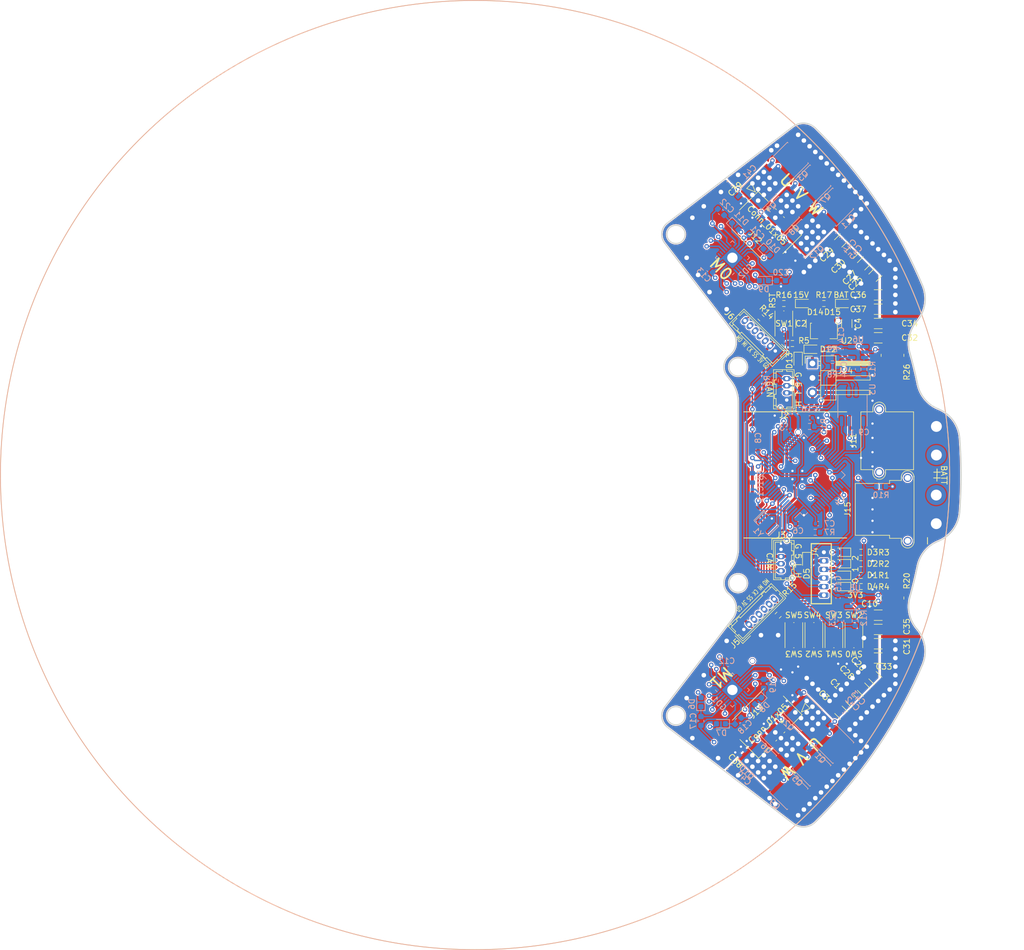
<source format=kicad_pcb>
(kicad_pcb (version 20211014) (generator pcbnew)
  (layers (0 "F.Cu" signal) (1 "In1.Cu" signal) (2 "In2.Cu" signal) (31 "B.Cu" signal) (34 "B.Paste" user) (35 "F.Paste" user) (36 "B.SilkS" user "B.Silkscreen") (37 "F.SilkS" user "F.Silkscreen") (38 "B.Mask" user) (39 "F.Mask" user) (44 "Edge.Cuts" user))
  (net 0 "")
  (net 1 "+15V")
  (net 2 "+5V")
  (net 3 "Net-(C11-Pad2)")
  (net 4 "/M1_W")
  (net 5 "/M1_V")
  (net 6 "/M1_U")
  (net 7 "Net-(C18-Pad2)")
  (net 8 "/M0_W")
  (net 9 "Net-(C21-Pad2)")
  (net 10 "/M0_V")
  (net 11 "Net-(C22-Pad2)")
  (net 12 "/M1_UL")
  (net 13 "/M1_VL")
  (net 14 "/M1_WL")
  (net 18 "Net-(GD1-Pad9)")
  (net 19 "Net-(GD1-Pad10)")
  (net 20 "Net-(GD1-Pad11)")
  (net 21 "Net-(GD1-Pad13)")
  (net 22 "Net-(GD1-Pad16)")
  (net 23 "Net-(GD1-Pad19)")
  (net 25 "/M1_UH")
  (net 26 "/M1_VH")
  (net 27 "/M1_WH")
  (net 28 "/M0_UL")
  (net 29 "/M0_VL")
  (net 30 "/M0_WL")
  (net 34 "Net-(GD2-Pad9)")
  (net 35 "Net-(GD2-Pad10)")
  (net 36 "Net-(GD2-Pad11)")
  (net 37 "Net-(GD2-Pad13)")
  (net 38 "Net-(GD2-Pad16)")
  (net 39 "Net-(GD2-Pad19)")
  (net 41 "/M0_UH")
  (net 42 "/M0_VH")
  (net 43 "/M0_WH")
  (net 44 "+BATT")
  (net 45 "/M0_U")
  (net 46 "Net-(C17-Pad2)")
  (net 47 "Net-(D1-Pad1)")
  (net 48 "Net-(C19-Pad2)")
  (net 49 "Net-(D2-Pad1)")
  (net 50 "Net-(C20-Pad2)")
  (net 51 "Net-(D3-Pad1)")
  (net 52 "Net-(D4-Pad1)")
  (net 55 "/SW0")
  (net 56 "/SW1")
  (net 57 "/M1_CS")
  (net 58 "/M0_CS")
  (net 59 "Net-(D5-Pad2)")
  (net 60 "/CAN_L")
  (net 65 "/SW2")
  (net 66 "/SW3")
  (net 68 "/CAN_H")
  (net 69 "/SWDIO")
  (net 70 "/SWCLK")
  (net 71 "/UART1_TX")
  (net 74 "/UART1_RX")
  (net 75 "/NSS_ENC0")
  (net 76 "/NRST")
  (net 77 "+3V3")
  (net 78 "GND")
  (net 79 "/LED_0")
  (net 80 "/LED_1")
  (net 81 "/LED_2")
  (net 82 "/OSC_IN")
  (net 83 "/OSC_OUT")
  (net 87 "/TEMP_0")
  (net 89 "/BATT_V_SENS")
  (net 90 "/SPI_CLK")
  (net 91 "/SPI_MISO")
  (net 92 "/SPI_MOSI")
  (net 95 "/NSS_ENC1")
  (net 96 "Net-(R7-Pad2)")
  (net 97 "/CAN_TX")
  (net 98 "/CAN_RX")
  (net 99 "/TEMP_1")
  (net 100 "/3V3_HARF_REF")
  (net 101 "Net-(R12-Pad2)")
  (net 102 "Net-(R13-Pad2)")
  (net 103 "/M1_CSL")
  (net 104 "/M0_CSL")
  (net 105 "Net-(D12-Pad1)")
  (net 106 "Net-(D14-Pad1)")
  (net 107 "Net-(D15-Pad1)")
  (footprint "Connector_Hirose:Hirose_DF13-04P-1.25DSA_1x04_P1.25mm_Vertical" (layer "F.Cu") (at 108.5 86.875 90)
    (fp_text reference "J2")
    (fp_text value "Conn_01x04")
  )
  (footprint "Resistor_SMD:R_0603_1608Metric" (layer "F.Cu") (at 109.5 77)
    (fp_text reference "R5")
    (fp_text value "1k")
  )
  (footprint "Package_TO_SOT_SMD:SOT-89-3" (layer "F.Cu") (at 115 74.5 -90)
    (fp_text reference "U2")
    (fp_text value "L78L15_SOT89")
  )
  (footprint "Resistor_SMD:R_0603_1608Metric" (layer "F.Cu") (at 121.5 115.5 180)
    (fp_text reference "R2")
    (fp_text value "4.7k")
  )
  (footprint "LED_SMD:LED_0603_1608Metric" (layer "F.Cu") (at 118.2125 115.5 180)
    (fp_text reference "D2")
    (fp_text value "LED")
  )
  (footprint "Button_Switch_SMD:SW_Push_1P1T_NO_CK_KMR2" (layer "F.Cu") (at 113.25 128 90)
    (fp_text reference "SW4")
    (fp_text value "SW_Push")
  )
  (footprint "Capacitor_SMD:C_1206_3216Metric" (layer "F.Cu") (at 124.5 71 180)
    (fp_text reference "C37")
    (fp_text value "4.7u")
  )
  (footprint "Resistor_SMD:R_0815_2038Metric" (layer "F.Cu") (at 127 79.0625 90)
    (fp_text reference "R26")
    (fp_text value "10m")
  )
  (footprint "Capacitor_SMD:C_1206_3216Metric" (layer "F.Cu") (at 124 135.5 135)
    (fp_text reference "C26")
    (fp_text value "4.7u")
  )
  (footprint "Button_Switch_SMD:SW_Push_1P1T_NO_CK_KMR2" (layer "F.Cu") (at 109.75 128 90)
    (fp_text reference "SW5")
    (fp_text value "SW_Push")
  )
  (footprint "Diode_SMD:D_0603_1608Metric" (layer "F.Cu") (at 110.5 80 -90)
    (fp_text reference "D13")
    (fp_text value "D")
  )
  (footprint "LED_SMD:LED_0603_1608Metric" (layer "F.Cu") (at 111.5 70)
    (fp_text reference "D14")
    (fp_text value "LED")
  )
  (footprint "user:2053380003" (layer "F.Cu") (at 105.596016 53.075558 135)
    (fp_text reference "J12")
    (fp_text value "Conn_01x05")
  )
  (footprint "Connector_PinHeader_2.54mm:PinHeader_1x03_P2.54mm_Horizontal" (layer "F.Cu") (at 113 80.475)
    (fp_text reference "J14")
    (fp_text value "Conn_01x03")
  )
  (footprint "LED_SMD:LED_0603_1608Metric" (layer "F.Cu") (at 118.2125 117.54 180)
    (fp_text reference "D1")
    (fp_text value "LED")
  )
  (footprint "Diode_SMD:D_0603_1608Metric" (layer "F.Cu") (at 112 115 -90)
    (fp_text reference "D5")
    (fp_text value "D")
  )
  (footprint "Capacitor_SMD:C_1206_3216Metric" (layer "F.Cu") (at 124.5 68.5 180)
    (fp_text reference "C36")
    (fp_text value "4.7u")
  )
  (footprint "Connector_AMASS:AMASS_XT30PW-M_1x02_P2.50mm_Horizontal" (layer "F.Cu") (at 134.675 91.5 90)
    (fp_text reference "J11")
    (fp_text value "Conn_01x02")
  )
  (footprint "Connector_Hirose:Hirose_DF13-07P-1.25DSA_1x07_P1.25mm_Vertical" (layer "F.Cu") (at 106.505204 78.298097 135)
    (fp_text reference "J6")
    (fp_text value "Conn_01x07")
  )
  (footprint "Capacitor_SMD:C_1206_3216Metric" (layer "F.Cu") (at 118.042983 141.542983 135)
    (fp_text reference "C3")
    (fp_text value "4.7u")
  )
  (footprint "Capacitor_SMD:C_1206_3216Metric" (layer "F.Cu") (at 124 65 -135)
    (fp_text reference "C25")
    (fp_text value "4.7u")
  )
  (footprint "Resistor_SMD:R_0603_1608Metric" (layer "F.Cu") (at 121.5 119.5 180)
    (fp_text reference "R4")
    (fp_text value "4.7k")
  )
  (footprint "Button_Switch_SMD:SW_Push_1P1T_NO_CK_KMR2" (layer "F.Cu") (at 116.75 128 90)
    (fp_text reference "SW3")
    (fp_text value "SW_Push")
  )
  (footprint "Resistor_SMD:R_0603_1608Metric" (layer "F.Cu") (at 121.5 113.5 180)
    (fp_text reference "R3")
    (fp_text value "4.7k")
  )
  (footprint "Capacitor_SMD:C_1206_3216Metric" (layer "F.Cu") (at 119 73.5 90)
    (fp_text reference "C4")
    (fp_text value "4.7u")
  )
  (footprint "LED_SMD:LED_0603_1608Metric" (layer "F.Cu") (at 118.2125 119.5 180)
    (fp_text reference "D4")
    (fp_text value "LED")
  )
  (footprint "Button_Switch_SMD:SW_Push_1P1T_NO_CK_KMR2" (layer "F.Cu") (at 108 73.5 -90)
    (fp_text reference "SW1")
    (fp_text value "SW_Push")
  )
  (footprint "Resistor_SMD:R_0603_1608Metric" (layer "F.Cu") (at 107 124.5 -135)
    (fp_text reference "R15")
    (fp_text value "10k")
  )
  (footprint "Capacitor_SMD:C_1206_3216Metric" (layer "F.Cu") (at 124.5 73.5 180)
    (fp_text reference "C34")
    (fp_text value "4.7u")
  )
  (footprint "Resistor_SMD:R_0815_2038Metric" (layer "F.Cu") (at 127 121.5 -90)
    (fp_text reference "R20")
    (fp_text value "10m")
  )
  (footprint "Resistor_SMD:R_0603_1608Metric" (layer "F.Cu") (at 108 70)
    (fp_text reference "R16")
    (fp_text value "47k")
  )
  (footprint "Capacitor_SMD:C_1206_3216Metric" (layer "F.Cu") (at 124.5 132 180)
    (fp_text reference "C33")
    (fp_text value "4.7u")
  )
  (footprint "Diode_SMD:D_0603_1608Metric" (layer "F.Cu") (at 113 78)
    (fp_text reference "D12")
    (fp_text value "D")
  )
  (footprint "Capacitor_SMD:C_1206_3216Metric" (layer "F.Cu") (at 124.5 76 180)
    (fp_text reference "C32")
    (fp_text value "4.7u")
  )
  (footprint "Resistor_SMD:R_0603_1608Metric" (layer "F.Cu") (at 115 70)
    (fp_text reference "R17")
    (fp_text value "47k")
  )
  (footprint "Capacitor_SMD:C_1206_3216Metric" (layer "F.Cu") (at 111 73.5 90)
    (fp_text reference "C2")
    (fp_text value "4.7u")
  )
  (footprint "Connector_Hirose:Hirose_DF13-04P-1.25DSA_1x04_P1.25mm_Vertical" (layer "F.Cu") (at 107.5 113 -90)
    (fp_text reference "J3")
    (fp_text value "Conn_01x04")
  )
  (footprint "Capacitor_SMD:C_0603_1608Metric" (layer "F.Cu") (at 98.5 151 -45)
    (fp_text reference "C38")
    (fp_text value "0.1u")
  )
  (footprint "Capacitor_SMD:C_1206_3216Metric" (layer "F.Cu") (at 124.5 124.5 180)
    (fp_text reference "C10")
    (fp_text value "4.7u")
  )
  (footprint "Connector_AMASS:AMASS_XT30PW-F_1x02_P2.50mm_Horizontal" (layer "F.Cu") (at 134.65 108.5 90)
    (fp_text reference "J15")
    (fp_text value "Conn_01x02")
  )
  (footprint "Resistor_SMD:R_0603_1608Metric" (layer "F.Cu") (at 121.5 117.54 180)
    (fp_text reference "R1")
    (fp_text value "4.7k")
  )
  (footprint "Connector_Hirose:Hirose_DF13-07P-1.25DSA_1x07_P1.25mm_Vertical" (layer "F.Cu") (at 101 127 45)
    (fp_text reference "J5")
    (fp_text value "Conn_01x07")
  )
  (footprint "LED_SMD:LED_0603_1608Metric" (layer "F.Cu") (at 118.2125 113.5 180)
    (fp_text reference "D3")
    (fp_text value "LED")
  )
  (footprint "Capacitor_SMD:C_0603_1608Metric" (layer "F.Cu") (at 98.5 49 45)
    (fp_text reference "C39")
    (fp_text value "0.1u")
  )
  (footprint "LED_SMD:LED_0603_1608Metric" (layer "F.Cu") (at 118.5 70)
    (fp_text reference "D15")
    (fp_text value "LED")
  )
  (footprint "user:ZH_B6B-ZR" (layer "F.Cu") (at 115 113.5 -90)
    (fp_text reference "J4")
    (fp_text value "Conn_01x06")
  )
  (footprint "Capacitor_SMD:C_1206_3216Metric" (layer "F.Cu") (at 124.5 129.5 180)
    (fp_text reference "C31")
    (fp_text value "4.7u")
  )
  (footprint "Capacitor_SMD:C_1206_3216Metric" (layer "F.Cu") (at 120 61 -135)
    (fp_text reference "C30")
    (fp_text value "4.7u")
  )
  (footprint "Capacitor_SMD:C_1206_3216Metric" (layer "F.Cu") (at 124.5 127 180)
    (fp_text reference "C35")
    (fp_text value "4.7u")
  )
  (footprint "Resistor_SMD:R_0603_1608Metric" (layer "F.Cu") (at 104 72.5 -45)
    (fp_text reference "R14")
    (fp_text value "10k")
  )
  (footprint "Capacitor_SMD:C_1206_3216Metric" (layer "F.Cu") (at 120 139.5 135)
    (fp_text reference "C1")
    (fp_text value "4.7u")
  )
  (footprint "Capacitor_SMD:C_1206_3216Metric" (layer "F.Cu") (at 122 137.5 135)
    (fp_text reference "C28")
    (fp_text value "4.7u")
  )
  (footprint "Capacitor_SMD:C_1206_3216Metric" (layer "F.Cu") (at 122 63 -135)
    (fp_text reference "C27")
    (fp_text value "4.7u")
  )
  (footprint "Capacitor_SMD:C_1206_3216Metric" (layer "F.Cu") (at 118 59 -135)
    (fp_text reference "C29")
    (fp_text value "4.7u")
  )
  (footprint "user:2053380003" (layer "F.Cu") (at 108.5 144 45)
    (fp_text reference "J13")
    (fp_text value "Conn_01x05")
  )
  (footprint "Button_Switch_SMD:SW_Push_1P1T_NO_CK_KMR2" (layer "F.Cu") (at 120.25 128 90)
    (fp_text reference "SW2")
    (fp_text value "SW_Push")
  )
  (footprint "Capacitor_SMD:C_0402_1005Metric" (layer "B.Cu") (at 114 108.5 180)
    (fp_text reference "C7")
    (fp_text value "0.1u")
  )
  (footprint "Resistor_SMD:R_0603_1608Metric" (layer "B.Cu") (at 102.5 100.5 -90)
    (fp_text reference "FB1")
    (fp_text value "FB100")
  )
  (footprint "Resistor_SMD:R_0603_1608Metric" (layer "B.Cu") (at 125 102 180)
    (fp_text reference "R10")
    (fp_text value "10k")
  )
  (footprint "Capacitor_SMD:C_0603_1608Metric" (layer "B.Cu") (at 97 54 -45)
    (fp_text reference "C22")
    (fp_text value "1u")
  )
  (footprint "Resistor_SMD:R_0603_1608Metric" (layer "B.Cu") (at 122 81.5 90)
    (fp_text reference "R13")
    (fp_text value "100")
  )
  (footprint "Capacitor_SMD:C_0603_1608Metric" (layer "B.Cu") (at 102.5 58.5 -45)
    (fp_text reference "C21")
    (fp_text value "1u")
  )
  (footprint "Package_TO_SOT_SMD:LFPAK56" (layer "B.Cu") (at 103.5 149.5 -45)
    (fp_text reference "Q10")
    (fp_text value "IRF8721PBF-1")
  )
  (footprint "Capacitor_SMD:C_0402_1005Metric" (layer "B.Cu") (at 112.5 90)
    (fp_text reference "C16")
    (fp_text value "0.1u")
  )
  (footprint "Capacitor_SMD:C_0402_1005Metric" (layer "B.Cu") (at 117.473452 121.5 90)
    (fp_text reference "C15")
    (fp_text value "0.1u")
  )
  (footprint "Package_SO:SO-8_3.9x4.9mm_P1.27mm" (layer "B.Cu") (at 120 88 90)
    (fp_text reference "U3")
    (fp_text value "MAX3051")
  )
  (footprint "Diode_SMD:D_0603_1608Metric" (layer "B.Cu") (at 103.5 139.5 -135)
    (fp_text reference "D8")
    (fp_text value "D")
  )
  (footprint "Capacitor_SMD:C_0603_1608Metric" (layer "B.Cu") (at 119 141 -45)
    (fp_text reference "C43")
    (fp_text value "0.1u")
  )
  (footprint "Capacitor_SMD:C_0603_1608Metric" (layer "B.Cu") (at 98.5 151 -45)
    (fp_text reference "C40")
    (fp_text value "0.1u")
  )
  (footprint "Diode_SMD:D_0603_1608Metric" (layer "B.Cu") (at 105 61 -45)
    (fp_text reference "D10")
    (fp_text value "D")
  )
  (footprint "Package_TO_SOT_SMD:LFPAK56" (layer "B.Cu") (at 113 151.192409 -45)
    (fp_text reference "Q5")
    (fp_text value "IRF8721PBF-1")
  )
  (footprint "user:QFN-24-1EP_4x4mm_P0.5mm_EP2.6x2.6mm_Thhole" (layer "B.Cu") (at 99 62 45)
    (fp_text reference "GD2")
    (fp_text value "FD6288Q")
  )
  (footprint "Capacitor_SMD:C_0402_1005Metric" (layer "B.Cu") (at 120 92.5 180)
    (fp_text reference "C9")
    (fp_text value "0.1u")
  )
  (footprint "Package_TO_SOT_SMD:TSOT-23-6" (layer "B.Cu") (at 120.473452 122)
    (fp_text reference "U5")
    (fp_text value "INA199")
  )
  (footprint "Capacitor_SMD:C_0402_1005Metric" (layer "B.Cu") (at 108.8 92.3 45)
    (fp_text reference "C5")
    (fp_text value "0.1u")
  )
  (footprint "Capacitor_SMD:C_0402_1005Metric" (layer "B.Cu") (at 102.5 103 90)
    (fp_text reference "C11")
    (fp_text value "0.1u")
  )
  (footprint "Capacitor_SMD:C_0603_1608Metric" (layer "B.Cu") (at 118 142 -45)
    (fp_text reference "C42")
    (fp_text value "0.1u")
  )
  (footprint "Capacitor_SMD:C_0603_1608Metric" (layer "B.Cu") (at 98.225 134 180)
    (fp_text reference "C12")
    (fp_text value "0.1u")
  )
  (footprint "Diode_SMD:D_0603_1608Metric" (layer "B.Cu") (at 93.5 139.7125 90)
    (fp_text reference "D6")
    (fp_text value "D")
  )
  (footprint "Package_TO_SOT_SMD:LFPAK56" (layer "B.Cu") (at 111.5 141.5 -45)
    (fp_text reference "Q2")
    (fp_text value "IRF8721PBF-1")
  )
  (footprint "Package_TO_SOT_SMD:LFPAK56" (layer "B.Cu") (at 103.5 50.5 45)
    (fp_text reference "Q4")
    (fp_text value "IRF8721PBF-1")
  )
  (footprint "Capacitor_SMD:C_0603_1608Metric" (layer "B.Cu") (at 120 81.5 -90)
    (fp_text reference "C24")
    (fp_text value "1u")
  )
  (footprint "Package_TO_SOT_SMD:LFPAK56" (layer "B.Cu") (at 109 155.268144 -45)
    (fp_text reference "Q9")
    (fp_text value "IRF8721PBF-1")
  )
  (footprint "Package_TO_SOT_SMD:LFPAK56" (layer "B.Cu") (at 113 49 45)
    (fp_text reference "Q7")
    (fp_text value "IRF8721PBF-1")
  )
  (footprint "Package_TO_SOT_SMD:LFPAK56" (layer "B.Cu") (at 107.5 54.5 45)
    (fp_text reference "Q8")
    (fp_text value "IRF8721PBF-1")
  )
  (footprint "Diode_SMD:D_0603_1608Metric" (layer "B.Cu") (at 97 143.5 180)
    (fp_text reference "D7")
    (fp_text value "D")
  )
  (footprint "Crystal:Resonator_SMD_Murata_CSTxExxV-3Pin_3.0x1.1mm" (layer "B.Cu") (at 105 108.5 -45)
    (fp_text reference "Y1")
    (fp_text value "Resonator")
  )
  (footprint "Diode_SMD:D_0603_1608Metric" (layer "B.Cu") (at 99.5 56.5 -45)
    (fp_text reference "D11")
    (fp_text value "D")
  )
  (footprint "Capacitor_SMD:C_0603_1608Metric" (layer "B.Cu") (at 107.5 66 180)
    (fp_text reference "C20")
    (fp_text value "1u")
  )
  (footprint "Resistor_SMD:R_0603_1608Metric" (layer "B.Cu") (at 120.473452 125.5 90)
    (fp_text reference "R12")
    (fp_text value "100")
  )
  (footprint "Capacitor_SMD:C_0603_1608Metric" (layer "B.Cu") (at 117.5 58 45)
    (fp_text reference "C44")
    (fp_text value "0.1u")
  )
  (footprint "Package_QFP:LQFP-64_10x10mm_P0.5mm" (layer "B.Cu") (at 111.5 100 45)
    (fp_text reference "U4")
    (fp_text value "~")
  )
  (footprint "Resistor_SMD:R_0603_1608Metric" (layer "B.Cu") (at 112.5 91.5 180)
    (fp_text reference "R11")
    (fp_text value "1k")
  )
  (footprint "Capacitor_SMD:C_0603_1608Metric" (layer "B.Cu") (at 95 64 -45)
    (fp_text reference "C13")
    (fp_text value "0.1u")
  )
  (footprint "Package_TO_SOT_SMD:LFPAK56" (layer "B.Cu") (at 117 147.192409 -45)
    (fp_text reference "Q1")
    (fp_text value "IRF8721PBF-1")
  )
  (footprint "Resistor_SMD:R_0603_1608Metric" (layer "B.Cu") (at 106.5 83.5 -90)
    (fp_text reference "R6")
    (fp_text value "120")
  )
  (footprint "user:QFN-24-1EP_4x4mm_P0.5mm_EP2.6x2.6mm_Thhole" (layer "B.Cu") (at 99 137.580761 -45)
    (fp_text reference "GD1")
    (fp_text value "FD6288Q")
  )
  (footprint "Resistor_SMD:R_0603_1608Metric" (layer "B.Cu") (at 116.5 81)
    (fp_text reference "R8")
    (fp_text value "100")
  )
  (footprint "Package_TO_SOT_SMD:LFPAK56" (layer "B.Cu") (at 109.052099 45.042804 45)
    (fp_text reference "Q3")
    (fp_text value "IRF8721PBF-1")
  )
  (footprint "Capacitor_SMD:C_0603_1608Metric" (layer "B.Cu") (at 104.5 136.5 -90)
    (fp_text reference "C19")
    (fp_text value "1u")
  )
  (footprint "Package_TO_SOT_SMD:LFPAK56" (layer "B.Cu") (at 107.5 145.5 -45)
    (fp_text reference "Q6")
    (fp_text value "IRF8721PBF-1")
  )
  (footprint "Resistor_SMD:R_0603_1608Metric" (layer "B.Cu") (at 116.5 79.5 180)
    (fp_text reference "R9")
    (fp_text value "100")
  )
  (footprint "Package_TO_SOT_SMD:LFPAK56" (layer "B.Cu") (at 111.5 58.5 45)
    (fp_text reference "Q12")
    (fp_text value "IRF8721PBF-1")
  )
  (footprint "Package_TO_SOT_SMD:TSOT-23-6" (layer "B.Cu") (at 121 78.5)
    (fp_text reference "U6")
    (fp_text value "INA199")
  )
  (footprint "Package_TO_SOT_SMD:LFPAK56" (layer "B.Cu") (at 116.970226 53.029774 45)
    (fp_text reference "Q11")
    (fp_text value "IRF8721PBF-1")
  )
  (footprint "Capacitor_SMD:C_0402_1005Metric" (layer "B.Cu") (at 110.5 108.5 180)
    (fp_text reference "C6")
    (fp_text value "0.1u")
  )
  (footprint "Capacitor_SMD:C_0402_1005Metric" (layer "B.Cu") (at 103.5 95.5 -90)
    (fp_text reference "C8")
    (fp_text value "0.1u")
  )
  (footprint "Diode_SMD:D_0603_1608Metric" (layer "B.Cu") (at 104.5 66 180)
    (fp_text reference "D9")
    (fp_text value "D")
  )
  (footprint "Resistor_SMD:R_0603_1608Metric" (layer "B.Cu") (at 113.5 110)
    (fp_text reference "R7")
    (fp_text value "1k")
  )
  (footprint "Capacitor_SMD:C_0603_1608Metric" (layer "B.Cu") (at 100 143 -135)
    (fp_text reference "C18")
    (fp_text value "1u")
  )
  (footprint "Capacitor_SMD:C_0402_1005Metric" (layer "B.Cu") (at 118 78 90)
    (fp_text reference "C14")
    (fp_text value "0.1u")
  )
  (footprint "Capacitor_SMD:C_0603_1608Metric" (layer "B.Cu") (at 118.5 59 45)
    (fp_text reference "C45")
    (fp_text value "0.1u")
  )
  (footprint "Capacitor_SMD:C_0603_1608Metric" (layer "B.Cu") (at 93.5 143 90)
    (fp_text reference "C17")
    (fp_text value "1u")
  )
  (footprint "Capacitor_SMD:C_0603_1608Metric" (layer "B.Cu") (at 98.5 49 45)
    (fp_text reference "C41")
    (fp_text value "0.1u")
  )
  (footprint "Capacitor_SMD:C_0603_1608Metric" (layer "B.Cu") (at 117.973452 125.5 -90)
    (fp_text reference "C23")
    (fp_text value "1u")
  )
  (gr_circle (center 54 100) (end 137 100) (layer "B.SilkS") (width 0.15) (fill none))
  (gr_line (start 119 111) (end 101 111) (layer "F.SilkS") (width 0.15))
  (gr_circle (center 54 100) (end 137 100) (layer "F.SilkS") (width 0.15) (fill none))
  (gr_line (start 119 88.94) (end 101 88.94) (layer "F.SilkS") (width 0.15))
  (gr_arc (start 98.472955 120.890339) (mid 99.621017 122.87882) (end 99.026731 125.096683) (layer "Edge.Cuts") (width 0.2))
  (gr_arc (start 131.378973 115.921514) (mid 130.764417 118.660775) (end 130.052919 121.376471) (layer "Edge.Cuts") (width 0.2))
  (gr_arc (start 98.472955 120.890339) (mid 97.51625 119.233272) (end 98.011476 117.385052) (layer "Edge.Cuts") (width 0.2))
  (gr_arc (start 131.378973 115.921514) (mid 132.648983 113.286651) (end 135.013839 111.565371) (layer "Edge.Cuts") (width 0.2))
  (gr_arc (start 87.617363 144.07236) (mid 86.660684 142.415296) (end 87.155883 140.567073) (layer "Edge.Cuts") (width 0.2))
  (gr_line (start 87.617363 144.07236) (end 109.584994 160.928716) (layer "Edge.Cuts") (width 0.2))
  (gr_arc (start 130.052921 78.623535) (mid 130.764416 81.339228) (end 131.378973 84.078486) (layer "Edge.Cuts") (width 0.2))
  (gr_line (start 87.617363 55.92764) (end 109.584994 39.071284) (layer "Edge.Cuts") (width 0.2))
  (gr_arc (start 132.260048 66.828251) (mid 132.663888 70.096049) (end 131.28245 73.084893) (layer "Edge.Cuts") (width 0.2))
  (gr_arc (start 135.013839 88.434629) (mid 132.649026 86.713313) (end 131.378973 84.078486) (layer "Edge.Cuts") (width 0.2))
  (gr_arc (start 130.052921 78.623535) (mid 129.971682 75.699707) (end 131.28245 73.084893) (layer "Edge.Cuts") (width 0.2))
  (gr_circle (center 99.994859 118.906955) (end 101.594859 118.906955) (layer "Edge.Cuts") (width 0.2) (fill none))
  (gr_arc (start 109.584994 39.071284) (mid 111.592811 38.456818) (end 113.511691 39.30932) (layer "Edge.Cuts") (width 0.2))
  (gr_line (start 87.155883 59.432927) (end 99.026731 74.903317) (layer "Edge.Cuts") (width 0.2))
  (gr_arc (start 98.76012 83.590601) (mid 99.681589 85.314531) (end 100 87.243169) (layer "Edge.Cuts") (width 0.2))
  (gr_line (start 87.155883 140.567073) (end 99.026731 125.096683) (layer "Edge.Cuts") (width 0.2))
  (gr_arc (start 138.754492 106.455696) (mid 137.613163 109.544215) (end 135.013839 111.565371) (layer "Edge.Cuts") (width 0.2))
  (gr_arc (start 87.155883 59.432927) (mid 86.660645 57.584698) (end 87.617363 55.92764) (layer "Edge.Cuts") (width 0.2))
  (gr_circle (center 89.139267 142.088977) (end 90.739267 142.088977) (layer "Edge.Cuts") (width 0.2) (fill none))
  (gr_arc (start 135.013839 88.434629) (mid 137.613152 90.455793) (end 138.754492 93.544304) (layer "Edge.Cuts") (width 0.2))
  (gr_arc (start 131.28245 126.915107) (mid 129.971684 124.300296) (end 130.052919 121.376471) (layer "Edge.Cuts") (width 0.2))
  (gr_line (start 98.76012 116.409399) (end 98.011476 117.385052) (layer "Edge.Cuts") (width 0.2))
  (gr_arc (start 98.011476 82.614948) (mid 97.516224 80.766712) (end 98.472955 79.109661) (layer "Edge.Cuts") (width 0.2))
  (gr_arc (start 131.28245 126.915107) (mid 132.663873 129.903954) (end 132.260048 133.171749) (layer "Edge.Cuts") (width 0.2))
  (gr_line (start 100 87.243169) (end 100 112.756831) (layer "Edge.Cuts") (width 0.2))
  (gr_arc (start 138.754492 93.544304) (mid 139 100) (end 138.754492 106.455696) (layer "Edge.Cuts") (width 0.2))
  (gr_arc (start 132.260048 133.171749) (mid 124.246608 147.858271) (end 113.511691 160.69068) (layer "Edge.Cuts") (width 0.2))
  (gr_arc (start 100 112.756831) (mid 99.681572 114.685463) (end 98.76012 116.409399) (layer "Edge.Cuts") (width 0.2))
  (gr_circle (center 99.994859 81.093045) (end 101.594859 81.093045) (layer "Edge.Cuts") (width 0.2) (fill none))
  (gr_circle (center 89.139267 57.911023) (end 90.739267 57.911023) (layer "Edge.Cuts") (width 0.2) (fill none))
  (gr_arc (start 113.511691 39.30932) (mid 124.246608 52.141729) (end 132.260048 66.828251) (layer "Edge.Cuts") (width 0.2))
  (gr_arc (start 113.511691 160.69068) (mid 111.592809 161.543157) (end 109.584994 160.928716) (layer "Edge.Cuts") (width 0.2))
  (gr_line (start 98.76012 83.590601) (end 98.011476 82.614948) (layer "Edge.Cuts") (width 0.2))
  (gr_arc (start 99.026731 74.903317) (mid 99.621011 77.121179) (end 98.472955 79.109661) (layer "Edge.Cuts") (width 0.2))
  (gr_text "3V3" (at 120.5 121) (layer "F.SilkS") (effects (font (size 1 1))))
  (gr_text "G 5 L H" (at 110.5 85 270) (layer "F.SilkS") (effects (font (size 1 1))))
  (gr_text "SW0" (at 120.25 131.25 180) (layer "F.SilkS") (effects (font (size 1 1))))
  (gr_text "M1" (at 97 135.5 225) (layer "F.SilkS") (effects (font (size 2 2) (thickness 0.3))))
  (gr_text "SW2" (at 113.25 131.25 180) (layer "F.SilkS") (effects (font (size 1 1))))
  (gr_text "2" (at 120.5 114.5 90) (layer "F.SilkS") (effects (font (size 1 1))))
  (gr_text "SW1" (at 116.75 131.25 180) (layer "F.SilkS") (effects (font (size 1 1))))
  (gr_text "U V W" (at 111 51 315) (layer "F.SilkS") (effects (font (size 2 2) (thickness 0.3))))
  (gr_text "G 5 L H" (at 110.5 115 270) (layer "F.SilkS") (effects (font (size 1 1))))
  (gr_text "CAN" (at 105.5 85 270) (layer "F.SilkS") (effects (font (size 1 1))))
  (gr_text "RST" (at 106 69.5 90) (layer "F.SilkS") (effects (font (size 1 1))))
  (gr_text "CAN" (at 105.5 115 270) (layer "F.SilkS") (effects (font (size 1 1))))
  (gr_text "15V" (at 111 68.5) (layer "F.SilkS") (effects (font (size 1 1))))
  (gr_text "U V W" (at 111 149.5 225) (layer "F.SilkS") (effects (font (size 2 2) (thickness 0.3))))
  (gr_text "SW3" (at 109.75 131.25 180) (layer "F.SilkS") (effects (font (size 1 1))))
  (gr_text "BATT" (at 136 100 270) (layer "F.SilkS") (effects (font (size 1 1))))
  (gr_text "0" (at 120.5 118.5 90) (layer "F.SilkS") (effects (font (size 1 1))))
  (gr_text "M0" (at 97 64 315) (layer "F.SilkS") (effects (font (size 2 2) (thickness 0.3))))
  (gr_text "MO MI CK SS 3V GD" (at 102.5 78.5 315) (layer "F.SilkS") (effects (font (size 0.8 0.5) (thickness 0.1))))
  (gr_text "1" (at 120.5 116.5 90) (layer "F.SilkS") (effects (font (size 1 1))))
  (gr_text "MO MI CK SS 3V GD" (at 102.5 121 225) (layer "F.SilkS") (effects (font (size 0.8 0.5) (thickness 0.1))))
  (gr_text "BAT" (at 118 68.5) (layer "F.SilkS") (effects (font (size 1 1))))
  (segment (start 119 72.025) (end 119 70.2875) (width 0.25) (layer "F.Cu") (net 1))
  (segment (start 117.35 72.85) (end 116.5 72.85) (width 0.5) (layer "F.Cu") (net 1))
  (segment (start 118.475 72.025) (end 117.5 73) (width 0.5) (layer "F.Cu") (net 1))
  (segment (start 119 70.2875) (end 119.2875 70) (width 0.25) (layer "F.Cu") (net 1))
  (segment (start 117.5 73) (end 117.35 72.85) (width 0.5) (layer "F.Cu") (net 1))
  (segment (start 119 72.025) (end 118.475 72.025) (width 0.5) (layer "F.Cu") (net 1))
  (via (at 93 138) (size 0.8) (drill 0.4) (layers "F.Cu" "B.Cu") (net 1))
  (via (at 103.5 140.5) (size 0.8) (drill 0.4) (layers "F.Cu" "B.Cu") (net 1))
  (via (at 96.737701 131.737701) (size 0.8) (drill 0.4) (layers "F.Cu" "B.Cu") (net 1))
  (via (at 117.5 73) (size 1) (drill 0.8) (layers "F.Cu" "B.Cu") (net 1))
  (via (at 104.5 62) (size 0.8) (drill 0.4) (layers "F.Cu" "B.Cu") (net 1))
  (via (at 100.5 57.5) (size 0.8) (drill 0.4) (layers "F.Cu" "B.Cu") (net 1))
  (via (at 103 65) (size 0.8) (drill 0.4) (layers "F.Cu" "B.Cu") (net 1))
  (via (at 95.062299 144) (size 0.8) (drill 0.4) (layers "F.Cu" "B.Cu") (net 1))
  (via (at 102.5 132.5) (size 1) (drill 0.8) (layers "F.Cu" "B.Cu") (net 1))
  (via (at 96 65.5) (size 0.8) (drill 0.4) (layers "F.Cu" "B.Cu") (net 1))
  (segment (start 105.556847 61.556847) (end 104.943153 61.556847) (width 0.25) (layer "B.Cu") (net 1))
  (segment (start 96.646447 64) (end 97.453204 63.193243) (width 0.25) (layer "B.Cu") (net 1))
  (segment (start 103.056847 140.056847) (end 103.5 140.5) (width 0.25) (layer "B.Cu") (net 1))
  (segment (start 102.943153 140.056847) (end 103.056847 140.056847) (width 0.25) (layer "B.Cu") (net 1))
  (segment (start 97.45 134) (end 97.45 132.45) (width 0.25) (layer "B.Cu") (net 1))
  (segment (start 103 65.2875) (end 103.7125 66) (width 0.25) (layer "B.Cu") (net 1))
  (segment (start 95.548008 65.048008) (end 96 65.5) (width 0.25) (layer "B.Cu") (net 1))
  (segment (start 97.45 132.45) (end 96.737701 131.737701) (width 0.25) (layer "B.Cu") (net 1))
  (segment (start 100.056847 57.056847) (end 100.5 57.5) (width 0.25) (layer "B.Cu") (net 1))
  (segment (start 95.548008 64.548008) (end 96.096016 64) (width 0.25) (layer "B.Cu") (net 1))
  (segment (start 95.548008 64.548008) (end 95.548008 65.048008) (width 0.25) (layer "B.Cu") (net 1))
  (segment (start 93.5 138.925) (end 93.5 138.5) (width 0.25) (layer "B.Cu") (net 1))
  (segment (start 93.5 138.5) (end 93 138) (width 0.25) (layer "B.Cu") (net 1))
  (segment (start 103 65) (end 103 65.2875) (width 0.25) (layer "B.Cu") (net 1))
  (segment (start 97.45 135.677208) (end 97.806757 136.033965) (width 0.25) (layer "B.Cu") (net 1))
  (segment (start 95.062299 144) (end 95.7125 144) (width 0.25) (layer "B.Cu") (net 1))
  (segment (start 104.943153 61.556847) (end 104.5 62) (width 0.25) (layer "B.Cu") (net 1))
  (segment (start 95.7125 144) (end 96.2125 143.5) (width 0.25) (layer "B.Cu") (net 1))
  (segment (start 97.45 134) (end 97.45 135.677208) (width 0.25) (layer "B.Cu") (net 1))
  (segment (start 96.096016 64) (end 96.646447 64) (width 0.25) (layer "B.Cu") (net 1))
  (segment (start 112 114.2125) (end 107.5375 114.2125) (width 0.5) (layer "F.Cu") (net 2))
  (segment (start 107.5375 114.2125) (end 107.5 114.25) (width 0.5) (layer "F.Cu") (net 2))
  (segment (start 110 102.5) (end 108.5 101) (width 0.5) (layer "F.Cu") (net 2))
  (segment (start 108.5 101) (end 108.5 95) (width 0.5) (layer "F.Cu") (net 2))
  (segment (start 106.75 114.25) (end 106.07452 113.57452) (width 0.5) (layer "F.Cu") (net 2))
  (segment (start 110 104) (end 110 102.5) (width 0.5) (layer "F.Cu") (net 2))
  (segment (start 109.7 85.625) (end 110 85.325) (width 0.5) (layer "F.Cu") (net 2))
  (segment (start 110 81.2875) (end 110.5 80.7875) (width 0.5) (layer "F.Cu") (net 2))
  (segment (start 106.07452 111.42548) (end 108.075 109.425) (width 0.5) (layer "F.Cu") (net 2))
  (segment (start 110.502338 92.997662) (end 110.502338 92.497662) (width 0.5) (layer "F.Cu") (net 2))
  (segment (start 108.5 95) (end 110.502338 92.997662) (width 0.5) (layer "F.Cu") (net 2))
  (segment (start 106.07452 113.57452) (end 106.07452 111.42548) (width 0.5) (layer "F.Cu") (net 2))
  (segment (start 110 85.325) (end 110 81.2875) (width 0.5) (layer "F.Cu") (net 2))
  (segment (start 108.5 85.625) (end 109.7 85.625) (width 0.5) (layer "F.Cu") (net 2))
  (segment (start 107.5 114.25) (end 106.75 114.25) (width 0.5) (layer "F.Cu") (net 2))
  (segment (start 108.075 105.925) (end 110 104) (width 0.5) (layer "F.Cu") (net 2))
  (segment (start 108.075 109.425) (end 108.075 105.925) (width 0.5) (layer "F.Cu") (net 2))
  (via (at 110.502338 92.497662) (size 1) (drill 0.8) (layers "F.Cu" "B.Cu") (net 2))
  (segment (start 109.8 86) (end 109.8 89.2) (width 0.5) (layer "B.Cu") (net 2))
  (segment (start 110.502338 89.902338) (end 110.502338 92.497662) (width 0.5) (layer "B.Cu") (net 2))
  (segment (start 109.8 89.2) (end 110.502338 89.902338) (width 0.5) (layer "B.Cu") (net 2))
  (segment (start 109.425 85.625) (end 109.8 86) (width 0.5) (layer "B.Cu") (net 2))
  (segment (start 108.5 85.625) (end 109.425 85.625) (width 0.5) (layer "B.Cu") (net 2))
  (segment (start 104 103.5) (end 103.02 102.52) (width 0.25) (layer "B.Cu") (net 3))
  (segment (start 103.02 102.52) (end 102.5 102.52) (width 0.25) (layer "B.Cu") (net 3))
  (segment (start 105.896179 102.421841) (end 104.81802 103.5) (width 0.25) (layer "B.Cu") (net 3))
  (segment (start 104.81802 103.5) (end 104 103.5) (width 0.25) (layer "B.Cu") (net 3))
  (segment (start 102.5 101.325) (end 102.5 102.52) (width 0.25) (layer "B.Cu") (net 3))
  (via (at 102.5 149) (size 1) (drill 0.8) (layers "F.Cu" "B.Cu") (net 4))
  (via (at 102.5 151) (size 1) (drill 0.8) (layers "F.Cu" "B.Cu") (net 4))
  (via (at 104.5 151) (size 1) (drill 0.8) (layers "F.Cu" "B.Cu") (net 4))
  (via (at 105.5 150) (size 1) (drill 0.8) (layers "F.Cu" "B.Cu") (net 4))
  (via (at 106.5 151) (size 1) (drill 0.8) (layers "F.Cu" "B.Cu") (net 4))
  (via (at 105.5 152) (size 1) (drill 0.8) (layers "F.Cu" "B.Cu") (net 4))
  (via (at 104.5 153) (size 1) (drill 0.8) (layers "F.Cu" "B.Cu") (net 4))
  (via (at 95.8 146.7) (size 0.8) (drill 0.4) (layers "F.Cu" "B.Cu") (net 4))
  (via (at 103.5 150) (size 1) (drill 0.8) (layers "F.Cu" "B.Cu") (net 4))
  (via (at 104.5 149) (size 1) (drill 0.8) (layers "F.Cu" "B.Cu") (net 4))
  (via (at 101.5 150) (size 1) (drill 0.8) (layers "F.Cu" "B.Cu") (net 4))
  (via (at 108 153.3) (size 0.8) (drill 0.4) (layers "F.Cu" "B.Cu") (net 4))
  (via (at 103.5 152) (size 1) (drill 0.8) (layers "F.Cu" "B.Cu") (net 4))
  (segment (start 97.884203 142.70048) (end 99.486136 141.098547) (width 0.25) (layer "B.Cu") (net 4))
  (segment (start 93.5 144.4) (end 95.8 146.7) (width 0.25) (layer "B.Cu") (net 4))
  (segment (start 99.486136 141.098547) (end 99.486136 139.834664) (width 0.25) (layer "B.Cu") (net 4))
  (segment (start 94.57452 142.70048) (end 97.884203 142.70048) (width 0.25) (layer "B.Cu") (net 4))
  (segment (start 107.510948 152.810948) (end 108 153.3) (width 0.25) (layer "B.Cu") (net 4))
  (segment (start 93.5 143.775) (end 94.57452 142.70048) (width 0.25) (layer "B.Cu") (net 4))
  (segment (start 93.5 143.775) (end 93.5 144.4) (width 0.25) (layer "B.Cu") (net 4))
  (segment (start 107.447901 152.810948) (end 107.510948 152.810948) (width 0.25) (layer "B.Cu") (net 4))
  (via (at 107.5 146) (size 1) (drill 0.8) (layers "F.Cu" "B.Cu") (net 5))
  (via (at 109.5 146) (size 1) (drill 0.8) (layers "F.Cu" "B.Cu") (net 5))
  (via (at 109.5 148) (size 1) (drill 0.8) (layers "F.Cu" "B.Cu") (net 5))
  (via (at 107.5 148) (size 1) (drill 0.8) (layers "F.Cu" "B.Cu") (net 5))
  (via (at 108.5 149) (size 1) (drill 0.8) (layers "F.Cu" "B.Cu") (net 5))
  (via (at 102 142.012016) (size 0.8) (drill 0.4) (layers "F.Cu" "B.Cu") (net 5))
  (via (at 110.5 147) (size 1) (drill 0.8) (layers "F.Cu" "B.Cu") (net 5))
  (via (at 108.5 147) (size 1) (drill 0.8) (layers "F.Cu" "B.Cu") (net 5))
  (via (at 112.1 149.3) (size 0.8) (drill 0.4) (layers "F.Cu" "B.Cu") (net 5))
  (via (at 106.5 145) (size 1) (drill 0.8) (layers "F.Cu" "B.Cu") (net 5))
  (segment (start 102 140.227208) (end 100.546796 138.774004) (width 0.25) (layer "B.Cu") (net 5))
  (segment (start 102 142.012016) (end 102 140.227208) (width 0.25) (layer "B.Cu") (net 5))
  (segment (start 101.560024 142.451992) (end 100.548008 142.451992) (width 0.25) (layer "B.Cu") (net 5))
  (segment (start 102 142.012016) (end 101.560024 142.451992) (width 0.25) (layer "B.Cu") (net 5))
  (segment (start 111.447901 148.735213) (end 111.535213 148.735213) (width 0.25) (layer "B.Cu") (net 5))
  (segment (start 111.535213 148.735213) (end 112.1 149.3) (width 0.25) (layer "B.Cu") (net 5))
  (via (at 113 140.5) (size 1) (drill 0.8) (layers "F.Cu" "B.Cu") (net 6))
  (via (at 112 141.5) (size 1) (drill 0.8) (layers "F.Cu" "B.Cu") (net 6))
  (via (at 116 145.2) (size 0.8) (drill 0.4) (layers "F.Cu" "B.Cu") (net 6))
  (via (at 113 144.5) (size 1) (drill 0.8) (layers "F.Cu" "B.Cu") (net 6))
  (via (at 112 143.5) (size 1) (drill 0.8) (layers "F.Cu" "B.Cu") (net 6))
  (via (at 111 142.5) (size 1) (drill 0.8) (layers "F.Cu" "B.Cu") (net 6))
  (via (at 110 141.5) (size 1) (drill 0.8) (layers "F.Cu" "B.Cu") (net 6))
  (via (at 112 139.5) (size 1) (drill 0.8) (layers "F.Cu" "B.Cu") (net 6))
  (via (at 115 142.5) (size 1) (drill 0.8) (layers "F.Cu" "B.Cu") (net 6))
  (via (at 114 141.5) (size 1) (drill 0.8) (layers "F.Cu" "B.Cu") (net 6))
  (via (at 113 142.5) (size 1) (drill 0.8) (layers "F.Cu" "B.Cu") (net 6))
  (via (at 106.198281 135.80172) (size 0.8) (drill 0.4) (layers "F.Cu" "B.Cu") (net 6))
  (via (at 114 143.5) (size 1) (drill 0.8) (layers "F.Cu" "B.Cu") (net 6))
  (segment (start 106.198281 135.80172) (end 104.57672 135.80172) (width 0.25) (layer "B.Cu") (net 6))
  (segment (start 115.447901 144.735213) (end 115.535213 144.735213) (width 0.25) (layer "B.Cu") (net 6))
  (segment (start 104.5 135.725) (end 102.623528 135.725) (width 0.25) (layer "B.Cu") (net 6))
  (segment (start 102.623528 135.725) (end 101.253903 137.094625) (width 0.25) (layer "B.Cu") (net 6))
  (segment (start 104.57672 135.80172) (end 104.5 135.725) (width 0.25) (layer "B.Cu") (net 6))
  (segment (start 115.535213 144.735213) (end 116 145.2) (width 0.25) (layer "B.Cu") (net 6))
  (segment (start 100.5 141) (end 100.5 140.141421) (width 0.25) (layer "B.Cu") (net 7))
  (segment (start 99.403984 143.5) (end 99.451992 143.548008) (width 0.25) (layer "B.Cu") (net 7))
  (segment (start 99.451992 142.048008) (end 100.5 141) (width 0.25) (layer "B.Cu") (net 7))
  (segment (start 97.7875 143.5) (end 99.403984 143.5) (width 0.25) (layer "B.Cu") (net 7))
  (segment (start 100.5 140.141421) (end 99.839689 139.48111) (width 0.25) (layer "B.Cu") (net 7))
  (segment (start 99.451992 143.548008) (end 99.451992 142.048008) (width 0.25) (layer "B.Cu") (net 7))
  (via (at 114 56.5) (size 1) (drill 0.8) (layers "F.Cu" "B.Cu") (net 8))
  (via (at 111 59.5) (size 1) (drill 0.8) (layers "F.Cu" "B.Cu") (net 8))
  (via (at 115 54) (size 0.8) (drill 0.4) (layers "F.Cu" "B.Cu") (net 8))
  (via (at 112 56.5) (size 1) (drill 0.8) (layers "F.Cu" "B.Cu") (net 8))
  (via (at 115 57.5) (size 1) (drill 0.8) (layers "F.Cu" "B.Cu") (net 8))
  (via (at 109 64.5) (size 0.8) (drill 0.4) (layers "F.Cu" "B.Cu") (net 8))
  (via (at 112 60.5) (size 1) (drill 0.8) (layers "F.Cu" "B.Cu") (net 8))
  (via (at 114 58.5) (size 1) (drill 0.8) (layers "F.Cu" "B.Cu") (net 8))
  (via (at 111 57.5) (size 1) (drill 0.8) (layers "F.Cu" "B.Cu") (net 8))
  (via (at 113 55.5) (size 1) (drill 0.8) (layers "F.Cu" "B.Cu") (net 8))
  (via (at 113 57.5) (size 1) (drill 0.8) (layers "F.Cu" "B.Cu") (net 8))
  (via (at 112 58.5) (size 1) (drill 0.8) (layers "F.Cu" "B.Cu") (net 8))
  (via (at 113 59.5) (size 1) (drill 0.8) (layers "F.Cu" "B.Cu") (net 8))
  (segment (start 103.5 63) (end 105.5 65) (width 0.25) (layer "B.Cu") (net 8))
  (segment (start 103.5 62) (end 103.5 63) (width 0.25) (layer "B.Cu") (net 8))
  (segment (start 105.5 65) (end 107.275 65) (width 0.25) (layer "B.Cu") (net 8))
  (segment (start 107.275 65) (end 108.275 66) (width 0.25) (layer "B.Cu") (net 8))
  (segment (start 101.253903 61.513864) (end 101.767767 61) (width 0.25) (layer "B.Cu") (net 8))
  (segment (start 109 65.275) (end 109 64.5) (width 0.25) (layer "B.Cu") (net 8))
  (segment (start 102.5 61) (end 103.5 62) (width 0.25) (layer "B.Cu") (net 8))
  (segment (start 114.51303 54.581873) (end 114.51303 54.48697) (width 0.25) (layer "B.Cu") (net 8))
  (segment (start 108.275 66) (end 109 65.275) (width 0.25) (layer "B.Cu") (net 8))
  (segment (start 114.51303 54.48697) (end 115 54) (width 0.25) (layer "B.Cu") (net 8))
  (segment (start 101.767767 61) (end 102.5 61) (width 0.25) (layer "B.Cu") (net 8))
  (segment (start 101.56066 60.5) (end 100.900349 61.160311) (width 0.25) (layer "B.Cu") (net 9))
  (segment (start 103.048008 59.951992) (end 102.5 60.5) (width 0.25) (layer "B.Cu") (net 9))
  (segment (start 103.048008 59.048008) (end 103.048008 59.951992) (width 0.25) (layer "B.Cu") (net 9))
  (segment (start 102.5 60.5) (end 101.56066 60.5) (width 0.25) (layer "B.Cu") (net 9))
  (segment (start 104.443153 60.443153) (end 103.048008 59.048008) (width 0.25) (layer "B.Cu") (net 9))
  (via (at 108.5 51) (size 1) (drill 0.8) (layers "F.Cu" "B.Cu") (net 10))
  (via (at 109.5 54) (size 1) (drill 0.8) (layers "F.Cu" "B.Cu") (net 10))
  (via (at 109.5 52) (size 1) (drill 0.8) (layers "F.Cu" "B.Cu") (net 10))
  (via (at 101 58.5) (size 0.8) (drill 0.4) (layers "F.Cu" "B.Cu") (net 10))
  (via (at 110.5 53) (size 1) (drill 0.8) (layers "F.Cu" "B.Cu") (net 10))
  (via (at 111 50) (size 0.8) (drill 0.4) (layers "F.Cu" "B.Cu") (net 10))
  (via (at 108.5 53) (size 1) (drill 0.8) (layers "F.Cu" "B.Cu") (net 10))
  (via (at 107.5 54) (size 1) (drill 0.8) (layers "F.Cu" "B.Cu") (net 10))
  (via (at 106.5 55) (size 1) (drill 0.8) (layers "F.Cu" "B.Cu") (net 10))
  (via (at 107.5 52) (size 1) (drill 0.8) (layers "F.Cu" "B.Cu") (net 10))
  (segment (start 101.403984 58.5) (end 101.951992 57.951992) (width 0.25) (layer "B.Cu") (net 10))
  (segment (start 111 50.094903) (end 111 50) (width 0.25) (layer "B.Cu") (net 10))
  (segment (start 110.542804 50.552099) (end 111 50.094903) (width 0.25) (layer "B.Cu") (net 10))
  (segment (start 101 58.5) (end 101.403984 58.5) (width 0.25) (layer "B.Cu") (net 10))
  (segment (start 101 58.5) (end 101 59.646447) (width 0.25) (layer "B.Cu") (net 10))
  (segment (start 101 59.646447) (end 100.193243 60.453204) (width 0.25) (layer "B.Cu") (net 10))
  (segment (start 99.839689 60.099651) (end 100.164837 59.774503) (width 0.25) (layer "B.Cu") (net 11))
  (segment (start 100.164837 59.774503) (end 100.164837 58.664837) (width 0.25) (layer "B.Cu") (net 11))
  (segment (start 97.548008 54.548008) (end 98.943153 55.943153) (width 0.25) (layer "B.Cu") (net 11))
  (segment (start 98.943153 57.443153) (end 98.943153 55.943153) (width 0.25) (layer "B.Cu") (net 11))
  (segment (start 100.164837 58.664837) (end 98.943153 57.443153) (width 0.25) (layer "B.Cu") (net 11))
  (via (at 94.919239 136.580761) (size 0.8) (drill 0.4) (layers "F.Cu" "B.Cu") (net 12))
  (via (at 118.5 103.5) (size 0.8) (drill 0.4) (layers "F.Cu" "B.Cu") (net 12))
  (segment (start 118.389088 103.389088) (end 118.389088 103) (width 0.25) (layer "B.Cu") (net 12))
  (segment (start 118.389088 103) (end 117.457375 102.068287) (width 0.25) (layer "B.Cu") (net 12))
  (segment (start 96.232233 136.580761) (end 94.919239 136.580761) (width 0.25) (layer "B.Cu") (net 12))
  (segment (start 118.5 103.5) (end 118.389088 103.389088) (width 0.25) (layer "B.Cu") (net 12))
  (segment (start 96.746097 137.094625) (end 96.232233 136.580761) (width 0.25) (layer "B.Cu") (net 12))
  (via (at 116.5 100.5) (size 0.8) (drill 0.4) (layers "F.Cu" "B.Cu") (net 13))
  (via (at 95.3 133.2) (size 0.8) (drill 0.4) (layers "F.Cu" "B.Cu") (net 13))
  (segment (start 95.3 134.941421) (end 97.099651 136.741072) (width 0.25) (layer "B.Cu") (net 13))
  (segment (start 116.5 101.81802) (end 117.103821 102.421841) (width 0.25) (layer "B.Cu") (net 13))
  (segment (start 95.3 133.2) (end 95.3 134.941421) (width 0.25) (layer "B.Cu") (net 13))
  (segment (start 116.5 100.5) (end 116.5 101.81802) (width 0.25) (layer "B.Cu") (net 13))
  (via (at 96.19754 133.9245) (size 0.8) (drill 0.4) (layers "F.Cu" "B.Cu") (net 14))
  (via (at 118 104.5) (size 0.8) (drill 0.4) (layers "F.Cu" "B.Cu") (net 14))
  (segment (start 96.2 135.134314) (end 97.453204 136.387518) (width 0.25) (layer "B.Cu") (net 14))
  (segment (start 117.974874 104) (end 116.750268 102.775394) (width 0.25) (layer "B.Cu") (net 14))
  (segment (start 118 104.5) (end 117.974874 104.474874) (width 0.25) (layer "B.Cu") (net 14))
  (segment (start 96.2 133.92696) (end 96.2 135.134314) (width 0.25) (layer "B.Cu") (net 14))
  (segment (start 117.974874 104.474874) (end 117.974874 104) (width 0.25) (layer "B.Cu") (net 14))
  (segment (start 96.19754 133.9245) (end 96.2 133.92696) (width 0.25) (layer "B.Cu") (net 14))
  (via (at 111.5 138) (size 0.8) (drill 0.4) (layers "F.Cu" "B.Cu") (net 18))
  (via (at 108 136) (size 0.8) (drill 0.4) (layers "F.Cu" "B.Cu") (net 18))
  (segment (start 108 136) (end 105.475489 133.475489) (width 0.25) (layer "B.Cu") (net 18))
  (segment (start 111.355222 138.144778) (end 110.845926 138.144778) (width 0.25) (layer "B.Cu") (net 18))
  (segment (start 105.475489 133.475489) (end 102.751719 133.475489) (width 0.25) (layer "B.Cu") (net 18))
  (segment (start 102.751719 133.475489) (end 100.193243 136.033965) (width 0.25) (layer "B.Cu") (net 18))
  (segment (start 111.5 138) (end 111.355222 138.144778) (width 0.25) (layer "B.Cu") (net 18))
  (via (at 107.5 142.7) (size 0.8) (drill 0.4) (layers "F.Cu" "B.Cu") (net 19))
  (via (at 105.5 135) (size 0.8) (drill 0.4) (layers "F.Cu" "B.Cu") (net 19))
  (segment (start 105.5 135) (end 104.775839 134.275839) (width 0.25) (layer "B.Cu") (net 19))
  (segment (start 104.775839 134.275839) (end 102.658475 134.275839) (width 0.25) (layer "B.Cu") (net 19))
  (segment (start 106.944778 142.144778) (end 107.5 142.7) (width 0.25) (layer "B.Cu") (net 19))
  (segment (start 102.658475 134.275839) (end 100.546796 136.387518) (width 0.25) (layer "B.Cu") (net 19))
  (segment (start 106.845926 142.144778) (end 106.944778 142.144778) (width 0.25) (layer "B.Cu") (net 19))
  (via (at 103 135.00035) (size 0.8) (drill 0.4) (layers "F.Cu" "B.Cu") (net 20))
  (via (at 103.4 146.3) (size 0.8) (drill 0.4) (layers "F.Cu" "B.Cu") (net 20))
  (segment (start 102.641071 135.00035) (end 100.900349 136.741072) (width 0.25) (layer "B.Cu") (net 20))
  (segment (start 102.845926 146.144778) (end 103.244778 146.144778) (width 0.25) (layer "B.Cu") (net 20))
  (segment (start 103.244778 146.144778) (end 103.4 146.3) (width 0.25) (layer "B.Cu") (net 20))
  (segment (start 103 135.00035) (end 102.641071 135.00035) (width 0.25) (layer "B.Cu") (net 20))
  (via (at 116.9 143.1) (size 0.8) (drill 0.4) (layers "F.Cu" "B.Cu") (net 21))
  (via (at 103 136.5) (size 0.8) (drill 0.4) (layers "F.Cu" "B.Cu") (net 21))
  (segment (start 101.687006 138.5) (end 101.253903 138.066897) (width 0.25) (layer "B.Cu") (net 21))
  (segment (start 116.345926 143.837187) (end 116.345926 143.654074) (width 0.25) (layer "B.Cu") (net 21))
  (segment (start 116.345926 143.654074) (end 116.9 143.1) (width 0.25) (layer "B.Cu") (net 21))
  (segment (start 103 137.5) (end 102 138.5) (width 0.25) (layer "B.Cu") (net 21))
  (segment (start 102 138.5) (end 101.687006 138.5) (width 0.25) (layer "B.Cu") (net 21))
  (segment (start 103 136.5) (end 103 137.5) (width 0.25) (layer "B.Cu") (net 21))
  (via (at 112.8 147.3) (size 0.8) (drill 0.4) (layers "F.Cu" "B.Cu") (net 22))
  (via (at 101.2245 141) (size 0.8) (drill 0.4) (layers "F.Cu" "B.Cu") (net 22))
  (segment (start 101.194738 140.970238) (end 101.194738 140.129052) (width 0.25) (layer "B.Cu") (net 22))
  (segment (start 112.345926 147.754074) (end 112.8 147.3) (width 0.25) (layer "B.Cu") (net 22))
  (segment (start 101.194738 140.129052) (end 100.193243 139.127557) (width 0.25) (layer "B.Cu") (net 22))
  (segment (start 101.2245 141) (end 101.194738 140.970238) (width 0.25) (layer "B.Cu") (net 22))
  (segment (start 112.345926 147.837187) (end 112.345926 147.754074) (width 0.25) (layer "B.Cu") (net 22))
  (via (at 109 152) (size 0.8) (drill 0.4) (layers "F.Cu" "B.Cu") (net 23))
  (via (at 97.7 141.7) (size 0.8) (drill 0.4) (layers "F.Cu" "B.Cu") (net 23))
  (segment (start 97.7 140.648528) (end 97.7 141.7) (width 0.25) (layer "B.Cu") (net 23))
  (segment (start 108.433004 152) (end 108.345926 151.912922) (width 0.25) (layer "B.Cu") (net 23))
  (segment (start 98.513864 139.834664) (end 97.7 140.648528) (width 0.25) (layer "B.Cu") (net 23))
  (segment (start 109 152) (end 108.433004 152) (width 0.25) (layer "B.Cu") (net 23))
  (via (at 95.5 141) (size 0.8) (drill 0.4) (layers "F.Cu" "B.Cu") (net 25))
  (via (at 115.5 94) (size 0.8) (drill 0.4) (layers "F.Cu" "B.Cu") (net 25))
  (segment (start 95.5 141) (end 95.5 140.727208) (width 0.25) (layer "B.Cu") (net 25))
  (segment (start 115.5 94) (end 115.025126 94) (width 0.25) (layer "B.Cu") (net 25))
  (segment (start 115.025126 94) (end 114.275394 94.749732) (width 0.25) (layer "B.Cu") (net 25))
  (segment (start 95.5 140.727208) (end 97.453204 138.774004) (width 0.25) (layer "B.Cu") (net 25))
  (via (at 113 95.5) (size 0.8) (drill 0.4) (layers "F.Cu" "B.Cu") (net 26))
  (via (at 94.919239 139.580761) (size 0.8) (drill 0.4) (layers "F.Cu" "B.Cu") (net 26))
  (segment (start 114.034975 95.697259) (end 114.628948 95.103286) (width 0.25) (layer "B.Cu") (net 26))
  (segment (start 113 95.5) (end 113.197259 95.697259) (width 0.25) (layer "B.Cu") (net 26))
  (segment (start 113.197259 95.697259) (end 114.034975 95.697259) (width 0.25) (layer "B.Cu") (net 26))
  (segment (start 95.93934 139.580761) (end 94.919239 139.580761) (width 0.25) (layer "B.Cu") (net 26))
  (segment (start 97.099651 138.42045) (end 95.93934 139.580761) (width 0.25) (layer "B.Cu") (net 26))
  (via (at 94.919239 138.580761) (size 0.8) (drill 0.4) (layers "F.Cu" "B.Cu") (net 27))
  (via (at 114.5 97) (size 0.8) (drill 0.4) (layers "F.Cu" "B.Cu") (net 27))
  (segment (start 114.388527 96.050813) (end 114.982501 95.456839) (width 0.25) (layer "B.Cu") (net 27))
  (segment (start 114.388527 96.888527) (end 114.388527 96.050813) (width 0.25) (layer "B.Cu") (net 27))
  (segment (start 96.232233 138.580761) (end 94.919239 138.580761) (width 0.25) (layer "B.Cu") (net 27))
  (segment (start 114.5 97) (end 114.388527 96.888527) (width 0.25) (layer "B.Cu") (net 27))
  (segment (start 96.746097 138.066897) (end 96.232233 138.580761) (width 0.25) (layer "B.Cu") (net 27))
  (via (at 99.470319 66.511636) (size 0.8) (drill 0.4) (layers "F.Cu" "B.Cu") (net 28))
  (via (at 106.32598 92.5) (size 0.8) (drill 0.4) (layers "F.Cu" "B.Cu") (net 28))
  (segment (start 98 65.041317) (end 98 64.767767) (width 0.25) (layer "B.Cu") (net 28))
  (segment (start 106 95.56066) (end 106.956839 96.517499) (width 0.25) (layer "B.Cu") (net 28))
  (segment (start 99.470319 66.511636) (end 98 65.041317) (width 0.25) (layer "B.Cu") (net 28))
  (segment (start 106.32598 92.5) (end 106 92.82598) (width 0.25) (layer "B.Cu") (net 28))
  (segment (start 106 92.82598) (end 106 95.56066) (width 0.25) (layer "B.Cu") (net 28))
  (segment (start 98 64.767767) (end 98.513864 64.253903) (width 0.25) (layer "B.Cu") (net 28))
  (via (at 98 66.5) (size 0.8) (drill 0.4) (layers "F.Cu" "B.Cu") (net 29))
  (via (at 106.987701 91.487701) (size 0.8) (drill 0.4) (layers "F.Cu" "B.Cu") (net 29))
  (segment (start 98 66.5) (end 97.975386 66.5) (width 0.25) (layer "B.Cu") (net 29))
  (segment (start 107.05048 94.48982) (end 108.017499 95.456839) (width 0.25) (layer "B.Cu") (net 29))
  (segment (start 97.975386 66.5) (end 97.55048 66.075094) (width 0.25) (layer "B.Cu") (net 29))
  (segment (start 107.05048 91.5) (end 107.05048 94.48982) (width 0.25) (layer "B.Cu") (net 29))
  (segment (start 107.038181 91.487701) (end 107.05048 91.5) (width 0.25) (layer "B.Cu") (net 29))
  (segment (start 97.55048 66.075094) (end 97.55048 64.51018) (width 0.25) (layer "B.Cu") (net 29))
  (segment (start 97.55048 64.51018) (end 98.160311 63.900349) (width 0.25) (layer "B.Cu") (net 29))
  (segment (start 106.987701 91.487701) (end 107.038181 91.487701) (width 0.25) (layer "B.Cu") (net 29))
  (via (at 107.946535 90.545756) (size 0.8) (drill 0.4) (layers "F.Cu" "B.Cu") (net 30))
  (via (at 98 68) (size 0.8) (drill 0.4) (layers "F.Cu" "B.Cu") (net 30))
  (segment (start 107.5 92) (end 107.5 94.232234) (width 0.25) (layer "B.Cu") (net 30))
  (segment (start 98 68) (end 97 67) (width 0.25) (layer "B.Cu") (net 30))
  (segment (start 97 67) (end 97 64.353553) (width 0.25) (layer "B.Cu") (net 30))
  (segment (start 107.5 94.232234) (end 108.371052 95.103286) (width 0.25) (layer "B.Cu") (net 30))
  (segment (start 107.946535 91.553465) (end 107.5 92) (width 0.25) (layer "B.Cu") (net 30))
  (segment (start 107.946535 90.545756) (end 107.946535 91.553465) (width 0.25) (layer "B.Cu") (net 30))
  (segment (start 97 64.353553) (end 97.806757 63.546796) (width 0.25) (layer "B.Cu") (net 30))
  (via (at 100 50) (size 0.8) (drill 0.4) (layers "F.Cu" "B.Cu") (net 34))
  (via (at 94.5 60) (size 0.8) (drill 0.4) (layers "F.Cu" "B.Cu") (net 34))
  (segment (start 94.5 60) (end 96.646447 60) (width 0.25) (layer "B.Cu") (net 34))
  (segment (start 100 50) (end 100.144778 50.144778) (width 0.25) (layer "B.Cu") (net 34))
  (segment (start 96.646447 60) (end 97.453204 60.806757) (width 0.25) (layer "B.Cu") (net 34))
  (segment (start 100.144778 50.144778) (end 100.144778 51.154074) (width 0.25) (layer "B.Cu") (net 34))
  (via (at 104.012307 54.007479) (size 0.8) (drill 0.4) (layers "F.Cu" "B.Cu") (net 35))
  (via (at 95.2245 59) (size 0.8) (drill 0.4) (layers "F.Cu" "B.Cu") (net 35))
  (segment (start 104.144778 54.13995) (end 104.144778 55.154074) (width 0.25) (layer "B.Cu") (net 35))
  (segment (start 104.012307 54.007479) (end 104.144778 54.13995) (width 0.25) (layer "B.Cu") (net 35))
  (segment (start 95.2245 59) (end 95.27498 59.05048) (width 0.25) (layer "B.Cu") (net 35))
  (segment (start 96.404033 59.05048) (end 97.806757 60.453204) (width 0.25) (layer "B.Cu") (net 35))
  (segment (start 95.27498 59.05048) (end 96.404033 59.05048) (width 0.25) (layer "B.Cu") (net 35))
  (via (at 108 58.5) (size 0.8) (drill 0.4) (layers "F.Cu" "B.Cu") (net 36))
  (via (at 96.528461 58.336744) (size 0.8) (drill 0.4) (layers "F.Cu" "B.Cu") (net 36))
  (segment (start 96.528461 58.467801) (end 98.160311 60.099651) (width 0.25) (layer "B.Cu") (net 36))
  (segment (start 108 58.5) (end 108.144778 58.644778) (width 0.25) (layer "B.Cu") (net 36))
  (segment (start 96.528461 58.336744) (end 96.528461 58.467801) (width 0.25) (layer "B.Cu") (net 36))
  (segment (start 108.144778 58.644778) (end 108.144778 59.154074) (width 0.25) (layer "B.Cu") (net 36))
  (via (at 106 45) (size 0.8) (drill 0.4) (layers "F.Cu" "B.Cu") (net 37))
  (via (at 97.012299 56.487701) (size 0.8) (drill 0.4) (layers "F.Cu" "B.Cu") (net 37))
  (segment (start 105.696877 45.696878) (end 105.696877 45.303123) (width 0.25) (layer "B.Cu") (net 37))
  (segment (start 99.486136 58.961538) (end 99.486136 59.746097) (width 0.25) (layer "B.Cu") (net 37))
  (segment (start 97.012299 56.487701) (end 99.486136 58.961538) (width 0.25) (layer "B.Cu") (net 37))
  (segment (start 105.696877 45.303123) (end 106 45) (width 0.25) (layer "B.Cu") (net 37))
  (via (at 102 59.5) (size 0.8) (drill 0.4) (layers "F.Cu" "B.Cu") (net 38))
  (via (at 110 49) (size 0.8) (drill 0.4) (layers "F.Cu" "B.Cu") (net 38))
  (segment (start 101.853553 59.5) (end 100.546796 60.806757) (width 0.25) (layer "B.Cu") (net 38))
  (segment (start 109.644778 49.654074) (end 109.644778 49.355222) (width 0.25) (layer "B.Cu") (net 38))
  (segment (start 109.644778 49.355222) (end 110 49) (width 0.25) (layer "B.Cu") (net 38))
  (segment (start 102 59.5) (end 101.853553 59.5) (width 0.25) (layer "B.Cu") (net 38))
  (via (at 102.5 63) (size 0.8) (drill 0.4) (layers "F.Cu" "B.Cu") (net 39))
  (via (at 114 53) (size 0.8) (drill 0.4) (layers "F.Cu" "B.Cu") (net 39))
  (segment (start 113.615004 53.384996) (end 114 53) (width 0.25) (layer "B.Cu") (net 39))
  (segment (start 101.767767 63) (end 101.253903 62.486136) (width 0.25) (layer "B.Cu") (net 39))
  (segment (start 102.5 63) (end 101.767767 63) (width 0.25) (layer "B.Cu") (net 39))
  (segment (start 113.615004 53.683848) (end 113.615004 53.384996) (width 0.25) (layer "B.Cu") (net 39))
  (via (at 103 67) (size 0.8) (drill 0.4) (layers "F.Cu" "B.Cu") (net 41))
  (via (at 115.903768 91.564084) (size 0.8) (drill 0.4) (layers "F.Cu" "B.Cu") (net 41))
  (segment (start 101.95048 65.304033) (end 100.193243 63.546796) (width 0.25) (layer "B.Cu") (net 41))
  (segment (start 101.95048 65.96588) (end 101.95048 65.304033) (width 0.25) (layer "B.Cu") (net 41))
  (segment (start 102.9846 67) (end 101.95048 65.96588) (width 0.25) (layer "B.Cu") (net 41))
  (segment (start 116.5 92.160316) (end 116.5 95.353554) (width 0.25) (layer "B.Cu") (net 41))
  (segment (start 115.903768 91.564084) (end 116.5 92.160316) (width 0.25) (layer "B.Cu") (net 41))
  (segment (start 116.5 95.353554) (end 115.689608 96.163946) (width 0.25) (layer "B.Cu") (net 41))
  (segment (start 103 67) (end 102.9846 67) (width 0.25) (layer "B.Cu") (net 41))
  (via (at 115.575451 90.600049) (size 0.8) (drill 0.4) (layers "F.Cu" "B.Cu") (net 42))
  (via (at 101.980001 67.019999) (size 0.8) (drill 0.4) (layers "F.Cu" "B.Cu") (net 42))
  (segment (start 115.575451 90.600049) (end 115.964331 90.600049) (width 0.25) (layer "B.Cu") (net 42))
  (segment (start 115.964331 90.600049) (end 117 91.635718) (width 0.25) (layer "B.Cu") (net 42))
  (segment (start 117 91.635718) (end 117 95.56066) (width 0.25) (layer "B.Cu") (net 42))
  (segment (start 101.50048 65.56114) (end 99.839689 63.900349) (width 0.25) (layer "B.Cu") (net 42))
  (segment (start 101.50048 66.152276) (end 101.50048 65.56114) (width 0.25) (layer "B.Cu") (net 42))
  (segment (start 101.980001 66.631797) (end 101.50048 66.152276) (width 0.25) (layer "B.Cu") (net 42))
  (segment (start 117 95.56066) (end 116.043161 96.517499) (width 0.25) (layer "B.Cu") (net 42))
  (segment (start 101.980001 67.019999) (end 101.980001 66.631797) (width 0.25) (layer "B.Cu") (net 42))
  (via (at 100.482282 66.499611) (size 0.8) (drill 0.4) (layers "F.Cu" "B.Cu") (net 43))
  (via (at 115.5 89.5) (size 0.8) (drill 0.4) (layers "F.Cu" "B.Cu") (net 43))
  (segment (start 115.5 89.5) (end 117.5 91.5) (width 0.25) (layer "B.Cu") (net 43))
  (segment (start 100 64.767767) (end 99.486136 64.253903) (width 0.25) (layer "B.Cu") (net 43))
  (segment (start 117.5 95.767766) (end 116.396714 96.871052) (width 0.25) (layer "B.Cu") (net 43))
  (segment (start 100.482282 66.499611) (end 100 66.017329) (width 0.25) (layer "B.Cu") (net 43))
  (segment (start 100 66.017329) (end 100 64.767767) (width 0.25) (layer "B.Cu") (net 43))
  (segment (start 117.5 91.5) (end 117.5 95.767766) (width 0.25) (layer "B.Cu") (net 43))
  (segment (start 124.9375 120.5625) (end 127 120.5625) (width 0.25) (layer "F.Cu") (net 44))
  (segment (start 113.7875 78) (end 117.5 78) (width 0.5) (layer "F.Cu") (net 44))
  (segment (start 111 72.025) (end 112.675 72.025) (width 0.5) (layer "F.Cu") (net 44))
  (segment (start 128.5 103.5) (end 134.65 103.5) (width 0.25) (layer "F.Cu") (net 44))
  (segment (start 112.2875 71.2875) (end 112.675 71.675) (width 0.25) (layer "F.Cu") (net 44))
  (segment (start 112.2875 70) (end 112.2875 71.2875) (width 0.25) (layer "F.Cu") (net 44))
  (segment (start 112.675 71.675) (end 112.675 72.025) (width 0.25) (layer "F.Cu") (net 44))
  (segment (start 126.5 81) (end 127.5 80) (width 0.5) (layer "F.Cu") (net 44))
  (segment (start 112.675 72.025) (end 113.5 72.85) (width 0.5) (layer "F.Cu") (net 44))
  (segment (start 120.5 81) (end 126.5 81) (width 0.5) (layer "F.Cu") (net 44))
  (segment (start 121.1245 77.475192) (end 123.586808 79.9375) (width 0.25) (layer "F.Cu") (net 44))
  (segment (start 127 102) (end 128.5 103.5) (width 0.25) (layer "F.Cu") (net 44))
  (segment (start 117.5 78) (end 120.5 81) (width 0.5) (layer "F.Cu") (net 44))
  (segment (start 124.5 121) (end 124.9375 120.5625) (width 0.25) (layer "F.Cu") (net 44))
  (segment (start 123.586808 79.9375) (end 127 79.9375) (width 0.25) (layer "F.Cu") (net 44))
  (via (at 127 102) (size 0.8) (drill 0.4) (layers "F.Cu" "B.Cu") (net 44))
  (via (at 124.5 121) (size 0.8) (drill 0.4) (layers "F.Cu" "B.Cu") (net 44))
  (via (at 121.1245 77.475192) (size 0.8) (drill 0.4) (layers "F.Cu" "B.Cu") (net 44))
  (segment (start 124.5 121) (end 124.45 121.05) (width 0.25) (layer "B.Cu") (net 44))
  (segment (start 121.1245 77.475192) (end 122.062692 77.475192) (width 0.25) (layer "B.Cu") (net 44))
  (segment (start 127 102) (end 125.825 102) (width 0.25) (layer "B.Cu") (net 44))
  (segment (start 122.062692 77.475192) (end 122.1375 77.55) (width 0.25) (layer "B.Cu") (net 44))
  (segment (start 124.45 121.05) (end 121.610952 121.05) (width 0.25) (layer "B.Cu") (net 44))
  (via (at 102.5 51) (size 1) (drill 0.8) (layers "F.Cu" "B.Cu") (net 45))
  (via (at 102.5 49) (size 1) (drill 0.8) (layers "F.Cu" "B.Cu") (net 45))
  (via (at 105.5 50) (size 1) (drill 0.8) (layers "F.Cu" "B.Cu") (net 45))
  (via (at 95.5 56) (size 0.8) (drill 0.4) (layers "F.Cu" "B.Cu") (net 45))
  (via (at 104.5 47) (size 1) (drill 0.8) (layers "F.Cu" "B.Cu") (net 45))
  (via (at 106.5 49) (size 1) (drill 0.8) (layers "F.Cu" "B.Cu") (net 45))
  (via (at 105.5 48) (size 1) (drill 0.8) (layers "F.Cu" "B.Cu") (net 45))
  (via (at 107 46) (size 0.8) (drill 0.4) (layers "F.Cu" "B.Cu") (net 45))
  (via (at 104.5 49) (size 1) (drill 0.8) (layers "F.Cu" "B.Cu") (net 45))
  (via (at 103.5 48) (size 1) (drill 0.8) (layers "F.Cu" "B.Cu") (net 45))
  (via (at 103.5 52) (size 1) (drill 0.8) (layers "F.Cu" "B.Cu") (net 45))
  (via (at 104.5 51) (size 1) (drill 0.8) (layers "F.Cu" "B.Cu") (net 45))
  (via (at 103.5 50) (size 1) (drill 0.8) (layers "F.Cu" "B.Cu") (net 45))
  (segment (start 98 59.124614) (end 98 59.232233) (width 0.25) (layer "B.Cu") (net 45))
  (segment (start 98.024511 59.100103) (end 98 59.124614) (width 0.25) (layer "B.Cu") (net 45))
  (segment (start 106.594903 46.594903) (end 106.594903 46.405097) (width 0.25) (layer "B.Cu") (net 45))
  (segment (start 98 58.475386) (end 98.024511 58.499897) (width 0.25) (layer "B.Cu") (net 45))
  (segment (start 98 59.232233) (end 98.513864 59.746097) (width 0.25) (layer "B.Cu") (net 45))
  (segment (start 106.594903 46.405097) (end 107 46) (width 0.25) (layer "B.Cu") (net 45))
  (segment (start 95.5 56) (end 97.975386 58.475386) (width 0.25) (layer "B.Cu") (net 45))
  (segment (start 97.975386 58.475386) (end 98 58.475386) (width 0.25) (layer "B.Cu") (net 45))
  (segment (start 98.024511 58.499897) (end 98.024511 59.100103) (width 0.25) (layer "B.Cu") (net 45))
  (segment (start 95.5 54.403984) (end 95.5 56) (width 0.25) (layer "B.Cu") (net 45))
  (segment (start 96.451992 53.451992) (end 95.5 54.403984) (width 0.25) (layer "B.Cu") (net 45))
  (segment (start 93.5 140.5) (end 93.5 142.225) (width 0.25) (layer "B.Cu") (net 46))
  (segment (start 95.416421 142.225) (end 93.5 142.225) (width 0.25) (layer "B.Cu") (net 46))
  (segment (start 98.160311 139.48111) (end 95.416421 142.225) (width 0.25) (layer "B.Cu") (net 46))
  (segment (start 120.675 117.54) (end 119 117.54) (width 0.25) (layer "F.Cu") (net 47))
  (segment (start 100.900349 138.42045) (end 101.51066 139.030761) (width 0.25) (layer "B.Cu") (net 48))
  (segment (start 104.5 137.275) (end 104.5 138.5) (width 0.25) (layer "B.Cu") (net 48))
  (segment (start 101.51066 139.030761) (end 103.969239 139.030761) (width 0.25) (layer "B.Cu") (net 48))
  (segment (start 104.5 138.5) (end 104.056847 138.943153) (width 0.25) (layer "B.Cu") (net 48))
  (segment (start 103.969239 139.030761) (end 104.056847 138.943153) (width 0.25) (layer "B.Cu") (net 48))
  (segment (start 119 115.5) (end 120.675 115.5) (width 0.25) (layer "F.Cu") (net 49))
  (segment (start 105.2875 65.7875) (end 103.5 64) (width 0.25) (layer "B.Cu") (net 50))
  (segment (start 105.2875 66) (end 105.2875 65.7875) (width 0.25) (layer "B.Cu") (net 50))
  (segment (start 106.725 66) (end 105.2875 66) (width 0.25) (layer "B.Cu") (net 50))
  (segment (start 103.5 64) (end 102.06066 64) (width 0.25) (layer "B.Cu") (net 50))
  (segment (start 102.06066 64) (end 100.900349 62.839689) (width 0.25) (layer "B.Cu") (net 50))
  (segment (start 120.675 113.5) (end 119 113.5) (width 0.25) (layer "F.Cu") (net 51))
  (segment (start 119 119.5) (end 120.675 119.5) (width 0.25) (layer "F.Cu") (net 52))
  (segment (start 105.5 111) (end 105.5 117) (width 0.25) (layer "F.Cu") (net 55))
  (segment (start 108.975386 103.5) (end 107.5 104.975386) (width 0.25) (layer "F.Cu") (net 55))
  (segment (start 119.5 122) (end 121.05 123.55) (width 0.25) (layer "F.Cu") (net 55))
  (segment (start 121.05 123.55) (end 121.05 125.95) (width 0.25) (layer "F.Cu") (net 55))
  (segment (start 105.5 117) (end 110.5 122) (width 0.25) (layer "F.Cu") (net 55))
  (segment (start 107.5 109) (end 105.5 111) (width 0.25) (layer "F.Cu") (net 55))
  (segment (start 121.05 125.95) (end 121.05 130.05) (width 0.25) (layer "F.Cu") (net 55))
  (segment (start 109 103.5) (end 108.975386 103.5) (width 0.25) (layer "F.Cu") (net 55))
  (segment (start 107.5 104.975386) (end 107.5 109) (width 0.25) (layer "F.Cu") (net 55))
  (segment (start 110.5 122) (end 119.5 122) (width 0.25) (layer "F.Cu") (net 55))
  (via (at 109 103.5) (size 0.8) (drill 0.4) (layers "F.Cu" "B.Cu") (net 55))
  (segment (start 108.353554 103.5) (end 107.663946 104.189608) (width 0.25) (layer "B.Cu") (net 55))
  (segment (start 109 103.5) (end 108.353554 103.5) (width 0.25) (layer "B.Cu") (net 55))
  (segment (start 108 103.5) (end 107 104.5) (width 0.25) (layer "F.Cu") (net 56))
  (segment (start 105 117.135718) (end 110.364282 122.5) (width 0.25) (layer "F.Cu") (net 56))
  (segment (start 116.5 122.5) (end 117.55 123.55) (width 0.25) (layer "F.Cu") (net 56))
  (segment (start 108 102.5) (end 108 103.5) (width 0.25) (layer "F.Cu") (net 56))
  (segment (start 117.55 125.95) (end 117.55 130.05) (width 0.25) (layer "F.Cu") (net 56))
  (segment (start 110.364282 122.5) (end 116.5 122.5) (width 0.25) (layer "F.Cu") (net 56))
  (segment (start 107 108.864282) (end 105 110.864282) (width 0.25) (layer "F.Cu") (net 56))
  (segment (start 105 110.864282) (end 105 117.135718) (width 0.25) (layer "F.Cu") (net 56))
  (segment (start 107 104.5) (end 107 108.864282) (width 0.25) (layer "F.Cu") (net 56))
  (segment (start 117.55 123.55) (end 117.55 125.95) (width 0.25) (layer "F.Cu") (net 56))
  (via (at 108 102.5) (size 0.8) (drill 0.4) (layers "F.Cu" "B.Cu") (net 56))
  (segment (start 108 103.146446) (end 107.310392 103.836054) (width 0.25) (layer "B.Cu") (net 56))
  (segment (start 108 102.5) (end 108 103.146446) (width 0.25) (layer "B.Cu") (net 56))
  (via (at 108.512299 118.987701) (size 0.8) (drill 0.4) (layers "F.Cu" "B.Cu") (net 57))
  (via (at 104.481547 96.018453) (size 0.8) (drill 0.4) (layers "F.Cu" "B.Cu") (net 57))
  (segment (start 115.799598 126.275) (end 117.973452 126.275) (width 0.25) (layer "B.Cu") (net 57))
  (segment (start 120.423452 126.275) (end 120.473452 126.325) (width 0.25) (layer "B.Cu") (net 57))
  (segment (start 104.481547 96.018453) (end 104.481547 96.163527) (width 0.25) (layer "B.Cu") (net 57))
  (segment (start 117.973452 126.275) (end 120.423452 126.275) (width 0.25) (layer "B.Cu") (net 57))
  (segment (start 104.481547 96.163527) (end 105.896179 97.578159) (width 0.25) (layer "B.Cu") (net 57))
  (segment (start 108.512299 118.987701) (end 115.799598 126.275) (width 0.25) (layer "B.Cu") (net 57))
  (segment (start 105.601469 91.598531) (end 105.601469 99.601469) (width 0.25) (layer "F.Cu") (net 58))
  (segment (start 114.5 87) (end 114.5 88) (width 0.25) (layer "F.Cu") (net 58))
  (segment (start 105.601469 99.601469) (end 106.5 100.5) (width 0.25) (layer "F.Cu") (net 58))
  (segment (start 114.5 88) (end 113.42548 89.07452) (width 0.25) (layer "F.Cu") (net 58))
  (segment (start 113.42548 89.07452) (end 108.12548 89.07452) (width 0.25) (layer "F.Cu") (net 58))
  (segment (start 108.12548 89.07452) (end 105.601469 91.598531) (width 0.25) (layer "F.Cu") (net 58))
  (via (at 106.5 100.5) (size 0.8) (drill 0.4) (layers "F.Cu" "B.Cu") (net 58))
  (via (at 114.5 87) (size 0.8) (drill 0.4) (layers "F.Cu" "B.Cu") (net 58))
  (segment (start 116.225 82.275) (end 120 82.275) (width 0.25) (layer "B.Cu") (net 58))
  (segment (start 106.136599 100.863401) (end 106.136599 101.474313) (width 0.25) (layer "B.Cu") (net 58))
  (segment (start 114.5 87) (end 115.5 86) (width 0.25) (layer "B.Cu") (net 58))
  (segment (start 120.05 82.325) (end 120 82.275) (width 0.25) (layer "B.Cu") (net 58))
  (segment (start 106.136599 101.474313) (end 105.542625 102.068287) (width 0.25) (layer "B.Cu") (net 58))
  (segment (start 106.5 100.5) (end 106.136599 100.863401) (width 0.25) (layer "B.Cu") (net 58))
  (segment (start 115.5 83) (end 116.225 82.275) (width 0.25) (layer "B.Cu") (net 58))
  (segment (start 115.5 86) (end 115.5 83) (width 0.25) (layer "B.Cu") (net 58))
  (segment (start 122 82.325) (end 120.05 82.325) (width 0.25) (layer "B.Cu") (net 58))
  (segment (start 112.7125 115.7875) (end 113.5 115) (width 0.5) (layer "F.Cu") (net 59))
  (segment (start 112 115.7875) (end 112.7125 115.7875) (width 0.5) (layer "F.Cu") (net 59))
  (segment (start 113.5 115) (end 115 115) (width 0.5) (layer "F.Cu") (net 59))
  (segment (start 103.5 115.5) (end 101.5 113.5) (width 0.25) (layer "B.Cu") (net 60))
  (segment (start 119.1 83.9) (end 119.365 84.165) (width 0.25) (layer "B.Cu") (net 60))
  (segment (start 115.7 88.4) (end 116.65 87.45) (width 0.25) (layer "B.Cu") (net 60))
  (segment (start 108.5 84.375) (end 109.675 84.375) (width 0.25) (layer "B.Cu") (net 60))
  (segment (start 110.75048 87.85048) (end 111.3 88.4) (width 0.25) (layer "B.Cu") (net 60))
  (segment (start 101.5 113.5) (end 101.5 88) (width 0.25) (layer "B.Cu") (net 60))
  (segment (start 117.7 83.9) (end 119.1 83.9) (width 0.25) (layer "B.Cu") (net 60))
  (segment (start 111.3 88.4) (end 115.7 88.4) (width 0.25) (layer "B.Cu") (net 60))
  (segment (start 101.5 88) (end 105.175 84.325) (width 0.25) (layer "B.Cu") (net 60))
  (segment (start 119.365 84.165) (end 119.365 85.425) (width 0.25) (layer "B.Cu") (net 60))
  (segment (start 108.5 84.375) (end 106.55 84.375) (width 0.25) (layer "B.Cu") (net 60))
  (segment (start 105.175 84.325) (end 106.5 84.325) (width 0.25) (layer "B.Cu") (net 60))
  (segment (start 116.65 87.45) (end 116.65 84.95) (width 0.25) (layer "B.Cu") (net 60))
  (segment (start 109.675 84.375) (end 110.75048 85.45048) (width 0.25) (layer "B.Cu") (net 60))
  (segment (start 107.5 115.5) (end 103.5 115.5) (width 0.25) (layer "B.Cu") (net 60))
  (segment (start 116.65 84.95) (end 117.7 83.9) (width 0.25) (layer "B.Cu") (net 60))
  (segment (start 106.55 84.375) (end 106.5 84.325) (width 0.25) (layer "B.Cu") (net 60))
  (segment (start 110.75048 85.45048) (end 110.75048 87.85048) (width 0.25) (layer "B.Cu") (net 60))
  (segment (start 110 123) (end 113 123) (width 0.25) (layer "F.Cu") (net 65))
  (segment (start 114.05 125.95) (end 114.05 130.05) (width 0.25) (layer "F.Cu") (net 65))
  (segment (start 104.52404 106.47596) (end 104.52404 117.52404) (width 0.25) (layer "F.Cu") (net 65))
  (segment (start 113 123) (end 114.05 124.05) (width 0.25) (layer "F.Cu") (net 65))
  (segment (start 106 105) (end 104.52404 106.47596) (width 0.25) (layer "F.Cu") (net 65))
  (segment (start 114.05 124.05) (end 114.05 125.95) (width 0.25) (layer "F.Cu") (net 65))
  (segment (start 104.52404 117.52404) (end 110 123) (width 0.25) (layer "F.Cu") (net 65))
  (via (at 106 105) (size 0.8) (drill 0.4) (layers "F.Cu" "B.Cu") (net 65))
  (segment (start 106 105) (end 106.362865 104.637135) (width 0.25) (layer "B.Cu") (net 65))
  (segment (start 106.362865 104.637135) (end 106.362865 104.076475) (width 0.25) (layer "B.Cu") (net 65))
  (segment (start 106.362865 104.076475) (end 106.956839 103.482501) (width 0.25) (layer "B.Cu") (net 65))
  (segment (start 110.5 124.135718) (end 110.5 125.9) (width 0.25) (layer "F.Cu") (net 66))
  (segment (start 105 104.5) (end 105 105.364282) (width 0.25) (layer "F.Cu") (net 66))
  (segment (start 105 105.364282) (end 104.07452 106.289762) (width 0.25) (layer "F.Cu") (net 66))
  (segment (start 110.55 125.95) (end 110.55 130.05) (width 0.25) (layer "F.Cu") (net 66))
  (segment (start 104.07452 106.289762) (end 104.07452 117.710238) (width 0.25) (layer "F.Cu") (net 66))
  (segment (start 110.5 125.9) (end 110.55 125.95) (width 0.25) (layer "F.Cu") (net 66))
  (segment (start 104.07452 117.710238) (end 110.5 124.135718) (width 0.25) (layer "F.Cu") (net 66))
  (via (at 105 104.5) (size 0.8) (drill 0.4) (layers "F.Cu" "B.Cu") (net 66))
  (segment (start 105 104.5) (end 105.44952 104.05048) (width 0.25) (layer "B.Cu") (net 66))
  (segment (start 105.681754 104.05048) (end 106.603286 103.128948) (width 0.25) (layer "B.Cu") (net 66))
  (segment (start 105.44952 104.05048) (end 105.681754 104.05048) (width 0.25) (layer "B.Cu") (net 66))
  (segment (start 117.44952 83.45048) (end 120.05048 83.45048) (width 0.25) (layer "B.Cu") (net 68))
  (segment (start 111.2 84.4) (end 111.2 87.5) (width 0.25) (layer "B.Cu") (net 68))
  (segment (start 111.6 87.9) (end 115.5 87.9) (width 0.25) (layer "B.Cu") (net 68))
  (segment (start 116.2 87.2) (end 116.2 84.7) (width 0.25) (layer "B.Cu") (net 68))
  (segment (start 108.5 83.125) (end 109.925 83.125) (width 0.25) (layer "B.Cu") (net 68))
  (segment (start 120.05048 83.45048) (end 120.635 84.035) (width 0.25) (layer "B.Cu") (net 68))
  (segment (start 116.2 84.7) (end 117.44952 83.45048) (width 0.25) (layer "B.Cu") (net 68))
  (segment (start 107.175 82.675) (end 106.5 82.675) (width 0.25) (layer "B.Cu") (net 68))
  (segment (start 106.5 82.675) (end 105.825 82.675) (width 0.25) (layer "B.Cu") (net 68))
  (segment (start 108.5 83.125) (end 107.625 83.125) (width 0.25) (layer "B.Cu") (net 68))
  (segment (start 120.635 84.035) (end 120.635 85.425) (width 0.25) (layer "B.Cu") (net 68))
  (segment (start 101 87.5) (end 101 113.7) (width 0.25) (layer "B.Cu") (net 68))
  (segment (start 105.825 82.675) (end 101 87.5) (width 0.25) (layer "B.Cu") (net 68))
  (segment (start 101 113.7) (end 104.05 116.75) (width 0.25) (layer "B.Cu") (net 68))
  (segment (start 107.625 83.125) (end 107.175 82.675) (width 0.25) (layer "B.Cu") (net 68))
  (segment (start 111.2 87.5) (end 111.6 87.9) (width 0.25) (layer "B.Cu") (net 68))
  (segment (start 109.925 83.125) (end 111.2 84.4) (width 0.25) (layer "B.Cu") (net 68))
  (segment (start 115.5 87.9) (end 116.2 87.2) (width 0.25) (layer "B.Cu") (net 68))
  (segment (start 104.05 116.75) (end 107.5 116.75) (width 0.25) (layer "B.Cu") (net 68))
  (segment (start 119 97) (end 118.389088 97) (width 0.25) (layer "B.Cu") (net 69))
  (segment (start 118 112.5) (end 120 110.5) (width 0.25) (layer "B.Cu") (net 69))
  (segment (start 115 116.5) (end 117 116.5) (width 0.25) (layer "B.Cu") (net 69))
  (segment (start 118 115.5) (end 118 112.5) (width 0.25) (layer "B.Cu") (net 69))
  (segment (start 120 110.5) (end 120 98) (width 0.25) (layer "B.Cu") (net 69))
  (segment (start 118.389088 97) (end 117.457375 97.931713) (width 0.25) (layer "B.Cu") (net 69))
  (segment (start 117 116.5) (end 118 115.5) (width 0.25) (layer "B.Cu") (net 69))
  (segment (start 120 98) (end 119 97) (width 0.25) (layer "B.Cu") (net 69))
  (segment (start 113 117.5) (end 113 113.5) (width 0.25) (layer "B.Cu") (net 70))
  (segment (start 115 118) (end 113.5 118) (width 0.25) (layer "B.Cu") (net 70))
  (segment (start 119.5 102.6967) (end 119.5 110) (width 0.25) (layer "B.Cu") (net 70))
  (segment (start 113 113.5) (end 114.5 112) (width 0.25) (layer "B.Cu") (net 70))
  (segment (start 118.164481 101.361181) (end 119.5 102.6967) (width 0.25) (layer "B.Cu") (net 70))
  (segment (start 119.5 110) (end 117.5 112) (width 0.25) (layer "B.Cu") (net 70))
  (segment (start 114.5 112) (end 117.5 112) (width 0.25) (layer "B.Cu") (net 70))
  (segment (start 113.5 118) (end 113 117.5) (width 0.25) (layer "B.Cu") (net 70))
  (via (at 107.5 98.5) (size 0.8) (drill 0.4) (layers "F.Cu" "B.Cu") (net 71))
  (via (at 109.5 115.5) (size 0.8) (drill 0.4) (layers "F.Cu" "B.Cu") (net 71))
  (segment (start 109.5 116.7) (end 112.3 119.5) (width 0.25) (layer "B.Cu") (net 71))
  (segment (start 112.3 119.5) (end 115 119.5) (width 0.25) (layer "B.Cu") (net 71))
  (segment (start 107.904366 98.095634) (end 107.904366 96.75792) (width 0.25) (layer "B.Cu") (net 71))
  (segment (start 109.5 115.5) (end 109.5 116.7) (width 0.25) (layer "B.Cu") (net 71))
  (segment (start 107.5 98.5) (end 107.904366 98.095634) (width 0.25) (layer "B.Cu") (net 71))
  (segment (start 107.904366 96.75792) (end 107.310392 96.163946) (width 0.25) (layer "B.Cu") (net 71))
  (via (at 110 97.5) (size 0.8) (drill 0.4) (layers "F.Cu" "B.Cu") (net 74))
  (via (at 109.5 118) (size 0.8) (drill 0.4) (layers "F.Cu" "B.Cu") (net 74))
  (segment (start 109.5 118) (end 109.5 119.339006) (width 0.25) (layer "B.Cu") (net 74))
  (segment (start 109.5 119.339006) (end 111.160994 121) (width 0.25) (layer "B.Cu") (net 74))
  (segment (start 110 97.5) (end 109.353554 97.5) (width 0.25) (layer "B.Cu") (net 74))
  (segment (start 111.160994 121) (end 115 121) (width 0.25) (layer "B.Cu") (net 74))
  (segment (start 109.353554 97.5) (end 107.663946 95.810392) (width 0.25) (layer "B.Cu") (net 74))
  (via (at 116 107) (size 0.8) (drill 0.4) (layers "F.Cu" "B.Cu") (net 75))
  (segment (start 116 107) (end 116 105.56066) (width 0.25) (layer "B.Cu") (net 75))
  (segment (start 116 105.56066) (end 114.982501 104.543161) (width 0.25) (layer "B.Cu") (net 75))
  (segment (start 108 74.5) (end 108 74.75) (width 0.25) (layer "F.Cu") (net 76))
  (segment (start 102.487701 84.987701) (end 102.5 85) (width 0.25) (layer "F.Cu") (net 76))
  (segment (start 108.675 77) (end 108 77) (width 0.25) (layer "F.Cu") (net 76))
  (segment (start 108 74.75) (end 107.2 75.55) (width 0.25) (layer "F.Cu") (net 76))
  (segment (start 102.5 95.765133) (end 102.5 92) (width 0.25) (layer "F.Cu") (net 76))
  (segment (start 102.5 85) (end 102.5 88.5) (width 0.25) (layer "F.Cu") (net 76))
  (segment (start 107.2 76.2) (end 107.2 75.55) (width 0.25) (layer "F.Cu") (net 76))
  (segment (start 103.5 104.5) (end 103.5 100) (width 0.25) (layer "F.Cu") (net 76))
  (segment (start 103.5 100) (end 104.224511 99.275489) (width 0.25) (layer "F.Cu") (net 76))
  (segment (start 104.224511 97.489644) (end 102.5 95.765133) (width 0.25) (layer "F.Cu") (net 76))
  (segment (start 104.224511 99.275489) (end 104.224511 97.489644) (width 0.25) (layer "F.Cu") (net 76))
  (segment (start 108 77) (end 107.2 76.2) (width 0.25) (layer "F.Cu") (net 76))
  (segment (start 107.2 75.55) (end 107.2 71.45) (width 0.25) (layer "F.Cu") (net 76))
  (via (at 102.5 92) (size 0.8) (drill 0.4) (layers "F.Cu" "B.Cu") (net 76))
  (via (at 102.487701 84.987701) (size 0.8) (drill 0.4) (layers "F.Cu" "B.Cu") (net 76))
  (via (at 108 74.5) (size 0.8) (drill 0.4) (layers "F.Cu" "B.Cu") (net 76))
  (via (at 102.5 88.5) (size 0.8) (drill 0.4) (layers "F.Cu" "B.Cu") (net 76))
  (via (at 103.5 104.5) (size 0.8) (drill 0.4) (layers "F.Cu" "B.Cu") (net 76))
  (segment (start 108 74.5) (end 108.5 75) (width 0.25) (layer "B.Cu") (net 76))
  (segment (start 103.5 104.5) (end 103.5 105.5) (width 0.25) (layer "B.Cu") (net 76))
  (segment (start 102.487701 84.012299) (end 102.487701 84.987701) (width 0.25) (layer "B.Cu") (net 76))
  (segment (start 106.56066 106) (end 108.017499 104.543161) (width 0.25) (layer "B.Cu") (net 76))
  (segment (start 103.5 105.5) (end 104 106) (width 0.25) (layer "B.Cu") (net 76))
  (segment (start 104 106) (end 106.56066 106) (width 0.25) (layer "B.Cu") (net 76))
  (segment (start 102.5 92) (end 102.5 88.5) (width 0.25) (layer "B.Cu") (net 76))
  (segment (start 108.5 78) (end 102.487701 84.012299) (width 0.25) (layer "B.Cu") (net 76))
  (segment (start 108.5 75) (end 108.5 78) (width 0.25) (layer "B.Cu") (net 76))
  (segment (start 103.5 106) (end 103.5 121.5) (width 0.5) (layer "F.Cu") (net 77))
  (segment (start 106.035535 77) (end 107 77) (width 0.25) (layer "F.Cu") (net 77))
  (segment (start 107.3 88.5) (end 112 88.5) (width 0.5) (layer "F.Cu") (net 77))
  (segment (start 106 88.5) (end 104 88.5) (width 0.5) (layer "F.Cu") (net 77))
  (segment (start 102.5 105) (end 103.5 106) (width 0.5) (layer "F.Cu") (net 77))
  (segment (start 101.5 91) (end 101.5 97.5) (width 0.5) (layer "F.Cu") (net 77))
  (segment (start 117.425 119.5) (end 116.5 119.5) (width 0.25) (layer "F.Cu") (net 77))
  (segment (start 112 88.5) (end 113 87.5) (width 0.5) (layer "F.Cu") (net 77))
  (segment (start 107.3 88.3) (end 107.3 88.5) (width 0.25) (layer "F.Cu") (net 77))
  (segment (start 104.5 78.535535) (end 104.5 87) (width 0.5) (layer "F.Cu") (net 77))
  (segment (start 102.767766 127) (end 101.883883 126.116117) (width 0.25) (layer "F.Cu") (net 77))
  (segment (start 106 74.5) (end 106 77.035535) (width 0.25) (layer "F.Cu") (net 77))
  (segment (start 106 77.035535) (end 105.621321 77.414214) (width 0.25) (layer "F.Cu") (net 77))
  (segment (start 105.621321 77.414214) (end 104.5 78.535535) (width 0.5) (layer "F.Cu") (net 77))
  (segment (start 104.5 127) (end 102.767766 127) (width 0.25) (layer "F.Cu") (net 77))
  (segment (start 104.583363 73.083363) (end 106 74.5) (width 0.25) (layer "F.Cu") (net 77))
  (segment (start 108 78) (end 109.325 78) (width 0.25) (layer "F.Cu") (net 77))
  (segment (start 119.5 88) (end 119.5 93.5) (width 0.5) (layer "F.Cu") (net 77))
  (segment (start 101 124) (end 101 125.232234) (width 0.5) (layer "F.Cu") (net 77))
  (segment (start 105.621321 77.414214) (end 106.035535 77) (width 0.25) (layer "F.Cu") (net 77))
  (segment (start 101.5 97.5) (end 102.5 98.5) (width 0.5) (layer "F.Cu") (net 77))
  (segment (start 113 85.555) (end 117.055 85.555) (width 0.5) (layer "F.Cu") (net 77))
  (segment (start 106.416637 125.083363) (end 104.5 127) (width 0.25) (layer "F.Cu") (net 77))
  (segment (start 104 88.5) (end 101.5 91) (width 0.5) (layer "F.Cu") (net 77))
  (segment (start 107.4 88.2) (end 107.3 88.3) (width 0.25) (layer "F.Cu") (net 77))
  (segment (start 102.5 98.5) (end 102.5 105) (width 0.5) (layer "F.Cu") (net 77))
  (segment (start 109.325 78) (end 110.325 77) (width 0.25) (layer "F.Cu") (net 77))
  (segment (start 106 88.5) (end 107.3 88.5) (width 0.5) (layer "F.Cu") (net 77))
  (segment (start 113 87.5) (end 113 85.555) (width 0.5) (layer "F.Cu") (net 77))
  (segment (start 117.055 85.555) (end 119.5 88) (width 0.5) (layer "F.Cu") (net 77))
  (segment (start 107 77) (end 108 78) (width 0.25) (layer "F.Cu") (net 77))
  (segment (start 101 125.232234) (end 101.883883 126.116117) (width 0.5) (layer "F.Cu") (net 77))
  (segment (start 104.5 87) (end 106 88.5) (width 0.5) (layer "F.Cu") (net 77))
  (segment (start 103.5 121.5) (end 101 124) (width 0.5) (layer "F.Cu") (net 77))
  (via (at 102.2245 98.2) (size 0.8) (drill 0.4) (layers "F.Cu" "B.Cu") (net 77))
  (via (at 119.5 93.5) (size 0.8) (drill 0.4) (layers "F.Cu" "B.Cu") (net 77))
  (via (at 116.5 119.5) (size 0.8) (drill 0.4) (layers "F.Cu" "B.Cu") (net 77))
  (via (at 107.4 88.2) (size 0.8) (drill 0.4) (layers "F.Cu" "B.Cu") (net 77))
  (via (at 115.987701 99.512299) (size 0.8) (drill 0.4) (layers "F.Cu" "B.Cu") (net 77))
  (segment (start 119.8625 77.55) (end 118.03 77.55) (width 0.25) (layer "B.Cu") (net 77))
  (segment (start 115.48 77.52) (end 118 77.52) (width 0.25) (layer "B.Cu") (net 77))
  (segment (start 109.5 107.3033) (end 110.138819 106.664481) (width 0.25) (layer "B.Cu") (net 77))
  (segment (start 117.503452 121.05) (end 117.473452 121.02) (width 0.25) (layer "B.Cu") (net 77))
  (segment (start 102.5 99.675) (end 105.825 99.675) (width 0.25) (layer "B.Cu") (net 77))
  (segment (start 110 101.5) (end 110.5 101) (width 0.25) (layer "B.Cu") (net 77))
  (segment (start 112 100) (end 107.610912 100) (width 0.25) (layer "B.Cu") (net 77))
  (segment (start 118.03 77.55) (end 118 77.52) (width 0.25) (layer "B.Cu") (net 77))
  (segment (start 112.861181 106.664481) (end 111.5 105.3033) (width 0.25) (layer "B.Cu") (net 77))
  (segment (start 113 85.555) (end 114.5 84.055) (width 0.25) (layer "B.Cu") (net 77))
  (segment (start 114.975402 98.5) (end 113.5 98.5) (width 0.25) (layer "B.Cu") (net 77))
  (segment (start 111.5 105.3033) (end 110 103.8033) (width 0.25) (layer "B.Cu") (net 77))
  (segment (start 115.675 81) (end 114.95048 80.27548) (width 0.25) (layer "B.Cu") (net 77))
  (segment (start 110.5 101) (end 110.5 98.911218) (width 0.25) (layer "B.Cu") (net 77))
  (segment (start 117.02 121.02) (end 116.5 120.5) (width 0.25) (layer "B.Cu") (net 77))
  (segment (start 106.555456 98.944544) (end 105.542625 97.931713) (width 0.25) (layer "B.Cu") (net 77))
  (segment (start 115.987701 99.512299) (end 117.291001 99.512299) (width 0.25) (layer "B.Cu") (net 77))
  (segment (start 107.610912 100) (end 106.555456 98.944544) (width 0.25) (layer "B.Cu") (net 77))
  (segment (start 119.365 92.345) (end 119.52 92.5) (width 0.25) (layer "B.Cu") (net 77))
  (segment (start 119.365 90.575) (end 119.365 92.345) (width 0.25) (layer "B.Cu") (net 77))
  (segment (start 109.139411 89.939411) (end 109.139411 91.960589) (width 0.25) (layer "B.Cu") (net 77))
  (segment (start 114.95048 78.04952) (end 115.48 77.52) (width 0.25) (layer "B.Cu") (net 77))
  (segment (start 105.825 99.675) (end 106.555456 98.944544) (width 0.25) (layer "B.Cu") (net 77))
  (segment (start 103.5 96.5) (end 104 97) (width 0.25) (layer "B.Cu") (net 77))
  (segment (start 102.5 99.675) (end 102.5 98.4755) (width 0.25) (layer "B.Cu") (net 77))
  (segment (start 117.291001 99.512299) (end 118.164481 98.638819) (width 0.25) (layer "B.Cu") (net 77))
  (segment (start 114.5 82.175) (end 115.675 81) (width 0.25) (layer "B.Cu") (net 77))
  (segment (start 102.5 98.4755) (end 102.2245 98.2) (width 0.25) (layer "B.Cu") (net 77))
  (segment (start 116.5 120.5) (end 116.5 119.5) (width 0.25) (layer "B.Cu") (net 77))
  (segment (start 111.22502 94.42172) (end 110.138819 93.335519) (width 0.25) (layer "B.Cu") (net 77))
  (segment (start 109.139411 91.960589) (end 109.139411 92.336111) (width 0.25) (layer "B.Cu") (net 77))
  (segment (start 114.95048 80.27548) (end 114.95048 78.04952) (width 0.25) (layer "B.Cu") (net 77))
  (segment (start 119.52 92.5) (end 119.52 93.48) (width 0.25) (layer "B.Cu") (net 77))
  (segment (start 107.4 88.2) (end 109.139411 89.939411) (width 0.25) (layer "B.Cu") (net 77))
  (segment (start 113.52 107.3233) (end 112.861181 106.664481) (width 0.25) (layer "B.Cu") (net 77))
  (segment (start 111.22502 98.186197) (end 111.22502 94.42172) (width 0.25) (layer "B.Cu") (net 77))
  (segment (start 117.473452 121.02) (end 117.02 121.02) (width 0.25) (layer "B.Cu") (net 77))
  (segment (start 115.987701 99.512299) (end 114.975402 98.5) (width 0.25) (layer "B.Cu") (net 77))
  (segment (start 109.139411 92.336111) (end 110.138819 93.335519) (width 0.25) (layer "B.Cu") (net 77))
  (segment (start 103.5 95.98) (end 103.5 96.5) (width 0.25) (layer "B.Cu") (net 77))
  (segment (start 119.52 93.48) (end 119.5 93.5) (width 0.25) (layer "B.Cu") (net 77))
  (segment (start 110 103.8033) (end 110 101.5) (width 0.25) (layer "B.Cu") (net 77))
  (segment (start 109.5 107.98) (end 109.5 107.3033) (width 0.25) (layer "B.Cu") (net 77))
  (segment (start 110.5 98.911218) (end 111.22502 98.186197) (width 0.25) (layer "B.Cu") (net 77))
  (segment (start 113.52 108.5) (end 113.52 107.3233) (width 0.25) (layer "B.Cu") (net 77))
  (segment (start 114.5 84.055) (end 114.5 82.175) (width 0.25) (layer "B.Cu") (net 77))
  (segment (start 110.02 108.5) (end 109.5 107.98) (width 0.25) (layer "B.Cu") (net 77))
  (segment (start 119.335952 121.05) (end 117.503452 121.05) (width 0.25) (layer "B.Cu") (net 77))
  (segment (start 104 97) (end 104.610912 97) (width 0.25) (layer "B.Cu") (net 77))
  (segment (start 113.5 98.5) (end 112 100) (width 0.25) (layer "B.Cu") (net 77))
  (segment (start 105.542625 97.931713) (end 104.610912 97) (width 0.25) (layer "B.Cu") (net 77))
  (segment (start 110.138819 106.664481) (end 111.5 105.3033) (width 0.25) (layer "B.Cu") (net 77))
  (segment (start 113 113.5) (end 115 113.5) (width 0.5) (layer "F.Cu") (net 78))
  (segment (start 107.5 113) (end 112.5 113) (width 0.5) (layer "F.Cu") (net 78))
  (segment (start 120.5 85.5) (end 118.015 83.015) (width 0.5) (layer "F.Cu") (net 78))
  (segment (start 105.5 79.303301) (end 106.505204 78.298097) (width 0.5) (layer "F.Cu") (net 78))
  (segment (start 107.35 70) (end 108.8 71.45) (width 0.25) (layer "F.Cu") (net 78))
  (segment (start 111 83.5) (end 111.485 83.015) (width 0.5) (layer "F.Cu") (net 78))
  (segment (start 113.375 74.975) (end 111 74.975) (width 0.5) (layer "F.Cu") (net 78))
  (segment (start 112.5 113) (end 113 113.5) (width 0.5) (layer "F.Cu") (net 78))
  (segment (start 108.5 86.875) (end 106.375 86.875) (width 0.5) (layer "F.Cu") (net 78))
  (segment (start 111.485 83.015) (end 113 83.015) (width 0.5) (layer "F.Cu") (net 78))
  (segment (start 115.95 125.95) (end 115.95 130.05) (width 0.25) (layer "F.Cu") (net 78))
  (segment (start 108.5 86.875) (end 109.625 86.875) (width 0.5) (layer "F.Cu") (net 78))
  (segment (start 106.375 86.875) (end 105.5 86) (width 0.5) (layer "F.Cu") (net 78))
  (segment (start 115 73.35) (end 116.625 74.975) (width 0.5) (layer "F.Cu") (net 78))
  (segment (start 109.5 99.2755) (end 111.2245 99.2755) (width 0.25) (layer "F.Cu") (net 78))
  (segment (start 114.175 70) (end 114.175 70.675) (width 0.25) (layer "F.Cu") (net 78))
  (segment (start 111.2245 100.7245) (end 111.2245 99.2755) (width 0.25) (layer "F.Cu") (net 78))
  (segment (start 116.625 74.975) (end 119 74.975) (width 0.5) (layer "F.Cu") (net 78))
  (segment (start 112.45 125.95) (end 112.45 130.05) (width 0.25) (layer "F.Cu") (net 78))
  (segment (start 105.5 86) (end 105.5 79.303301) (width 0.5) (layer "F.Cu") (net 78))
  (segment (start 115 72.9375) (end 115 73.35) (width 0.5) (layer "F.Cu") (net 78))
  (segment (start 115 73.35) (end 113.375 74.975) (width 0.5) (layer "F.Cu") (net 78))
  (segment (start 118.015 83.015) (end 113 83.015) (width 0.5) (layer "F.Cu") (net 78))
  (segment (start 109.625 86.875) (end 111 85.5) (width 0.5) (layer "F.Cu") (net 78))
  (segment (start 108.8 71.45) (end 108.8 75.55) (width 0.25) (layer "F.Cu") (net 78))
  (segment (start 108.95 125.95) (end 108.95 130.05) (width 0.25) (layer "F.Cu") (net 78))
  (segment (start 115 71.5) (end 115 72.9375) (width 0.25) (layer "F.Cu") (net 78))
  (segment (start 114.175 70.675) (end 115 71.5) (width 0.25) (layer "F.Cu") (net 78))
  (segment (start 111 85.5) (end 111 83.5) (width 0.5) (layer "F.Cu") (net 78))
  (segment (start 109.5 99.2755) (end 109.5 100.7245) (width 0.25) (layer "F.Cu") (net 78))
  (segment (start 120.5 93.5) (end 120.5 85.5) (width 0.5) (layer "F.Cu") (net 78))
  (segment (start 107.175 70) (end 107.35 70) (width 0.25) (layer "F.Cu") (net 78))
  (segment (start 119.45 125.95) (end 119.45 130.05) (width 0.25) (layer "F.Cu") (net 78))
  (segment (start 111.2245 100.7245) (end 109.5 100.7245) (width 0.25) (layer "F.Cu") (net 78))
  (via (at 109.5 138.5) (size 0.8) (drill 0.4) (layers "F.Cu" "B.Cu") (net 78))
  (via (at 104 128) (size 1) (drill 0.8) (layers "F.Cu" "B.Cu") (net 78))
  (via (at 111.2245 100.7245) (size 0.8) (drill 0.4) (layers "F.Cu" "B.Cu") (net 78))
  (via (at 120.5 93.5) (size 0.8) (drill 0.4) (layers "F.Cu" "B.Cu") (net 78))
  (via (at 116 139.5) (size 1) (drill 0.8) (layers "F.Cu" "B.Cu") (net 78))
  (via (at 95 68) (size 1) (drill 0.8) (layers "F.Cu" "B.Cu") (net 78))
  (via (at 123.5 93.5) (size 0.8) (drill 0.4) (layers "F.Cu" "B.Cu") (net 78))
  (via (at 100.5 52.5) (size 0.8) (drill 0.4) (layers "F.Cu" "B.Cu") (net 78))
  (via (at 114.5 61.5) (size 1) (drill 0.8) (layers "F.Cu" "B.Cu") (net 78))
  (via (at 119 133) (size 0.8) (drill 0.4) (layers "F.Cu" "B.Cu") (net 78))
  (via (at 107.5 112) (size 0.8) (drill 0.4) (layers "F.Cu" "B.Cu") (net 78))
  (via (at 92 55) (size 1) (drill 0.8) (layers "F.Cu" "B.Cu") (net 78))
  (via (at 107.5 134) (size 0.8) (drill 0.4) (layers "F.Cu" "B.Cu") (net 78))
  (via (at 121.5 76) (size 0.8) (drill 0.4) (layers "F.Cu" "B.Cu") (net 78))
  (via (at 119 136.5) (size 1) (drill 0.8) (layers "F.Cu" "B.Cu") (net 78))
  (via (at 120 95) (size 0.8) (drill 0.4) (layers "F.Cu" "B.Cu") (net 78))
  (via (at 116.5 61.5) (size 1) (drill 0.8) (layers "F.Cu" "B.Cu") (net 78))
  (via (at 112.5 63.5) (size 1) (drill 0.8) (layers "F.Cu" "B.Cu") (net 78))
  (via (at 104.5 143.5) (size 0.8) (drill 0.4) (layers "F.Cu" "B.Cu") (net 78))
  (via (at 120.5 71) (size 0.8) (drill 0.4) (layers "F.Cu" "B.Cu") (net 78))
  (via (at 91 139) (size 1) (drill 0.8) (layers "F.Cu" "B.Cu") (net 78))
  (via (at 111.5 107) (size 0.8) (drill 0.4) (layers "F.Cu" "B.Cu") (net 78))
  (via (at 115 138.5) (size 1) (drill 0.8) (layers "F.Cu" "B.Cu") (net 78))
  (via (at 110.5 133.5) (size 0.8) (drill 0.4) (layers "F.Cu" "B.Cu") (net 78))
  (via (at 114 90) (size 0.8) (drill 0.4) (layers "F.Cu" "B.Cu") (net 78))
  (via (at 99.5 148.5) (size 0.8) (drill 0.4) (layers "F.Cu" "B.Cu") (net 78))
  (via (at 96.5 149.5) (size 1) (drill 0.8) (layers "F.Cu" "B.Cu") (net 78))
  (via (at 120.5 133) (size 0.8) (drill 0.4) (layers "F.Cu" "B.Cu") (net 78))
  (via (at 98 71) (size 1) (drill 0.8) (layers "F.Cu" "B.Cu") (net 78))
  (via (at 118.5 63.5) (size 1) (drill 0.8) (layers "F.Cu" "B.Cu") (net 78))
  (via (at 123.5 112.5) (size 0.8) (drill 0.4) (layers "F.Cu" "B.Cu") (net 78))
  (via (at 103.987701 56.487701) (size 0.8) (drill 0.4) (layers "F.Cu" "B.Cu") (net 78))
  (via (at 100.5 147.5) (size 0.8) (drill 0.4) (layers "F.Cu" "B.Cu") (net 78))
  (via (at 108.2755 61) (size 0.8) (drill 0.4) (layers "F.Cu" "B.Cu") (net 78))
  (via (at 98 129) (size 1) (drill 0.8) (layers "F.Cu" "B.Cu") (net 78))
  (via (at 108.5 139.5) (size 0.8) (drill 0.4) (layers "F.Cu" "B.Cu") (net 78))
  (via (at 112 135.5) (size 1) (drill 0.8) (layers "F.Cu" "B.Cu") (net 78))
  (via (at 105.9 107.6) (size 0.8) (drill 0.4) (layers "F.Cu" "B.Cu") (net 78))
  (via (at 93 65) (size 1) (drill 0.8) (layers "F.Cu" "B.Cu") (net 78))
  (via (at 113 136.5) (size 1) (drill 0.8) (layers "F.Cu" "B.Cu") (net 78))
  (via (at 117.5 133) (size 0.8) (drill 0.4) (layers "F.Cu" "B.Cu") (net 78))
  (via (at 117 138.5) (size 1) (drill 0.8) (layers "F.Cu" "B.Cu") (net 78))
  (via (at 94 53) (size 1) (drill 0.8) (layers "F.Cu" "B.Cu") (net 78))
  (via (at 97 50.5) (size 1) (drill 0.8) (layers "F.Cu" "B.Cu") (net 78))
  (via (at 123.5 82.5) (size 0.8) (drill 0.4) (layers "F.Cu" "B.Cu") (net 78))
  (via (at 111.5 64.5) (size 1) (drill 0.8) (layers "F.Cu" "B.Cu") (net 78))
  (via (at 117.5 62.5) (size 1) (drill 0.8) (layers "F.Cu" "B.Cu") (net 78))
  (via (at 94 135) (size 1) (drill 0.8) (layers "F.Cu" "B.Cu") (net 78))
  (via (at 107.5 67) (size 0.8) (drill 0.4) (layers "F.Cu" "B.Cu") (net 78))
  (via (at 111.2245 99.2755) (size 0.8) (drill 0.4) (layers "F.Cu" "B.Cu") (net 78))
  (via (at 101.5 146.5) (size 0.8) (drill 0.4) (layers "F.Cu" "B.Cu") (net 78))
  (via (at 110.012299 62.512299) (size 0.8) (drill 0.4) (layers "F.Cu" "B.Cu") (net 78))
  (via (at 122 133.5) (size 1) (drill 0.8) (layers "F.Cu" "B.Cu") (net 78))
  (via (at 102.5 55) (size 0.8) (drill 0.4) (layers "F.Cu" "B.Cu") (net 78))
  (via (at 120.5 73) (size 0.8) (drill 0.4) (layers "F.Cu" "B.Cu") (net 78))
  (via (at 92 146) (size 1) (drill 0.8) (layers "F.Cu" "B.Cu") (net 78))
  (via (at 106 58.5) (size 0.8) (drill 0.4) (layers "F.Cu" "B.Cu") (net 78))
  (via (at 123.5 115) (size 0.8) (drill 0.4) (layers "F.Cu" "B.Cu") (net 78))
  (via (at 123.5 96) (size 0.8) (drill 0.4) (layers "F.Cu" "B.Cu") (net 78))
  (via (at 115.5 60.5) (size 1) (drill 0.8) (layers "F.Cu" "B.Cu") (net 78))
  (via (at 107.129959 101.911783) (size 0.8) (drill 0.4) (layers "F.Cu" "B.Cu") (net 78))
  (via (at 123.5 106) (size 0.8) (drill 0.4) (layers "F.Cu" "B.Cu") (net 78))
  (via (at 120.5 74.5) (size 0.8) (drill 0.4) (layers "F.Cu" "B.Cu") (net 78))
  (via (at 120.5 69) (size 0.8) (drill 0.4) (layers "F.Cu" "B.Cu") (net 78))
  (via (at 121.5 97) (size 0.8) (drill 0.4) (layers "F.Cu" "B.Cu") (net 78))
  (via (at 123.5 110) (size 0.8) (drill 0.4) (layers "F.Cu" "B.Cu") (net 78))
  (via (at 111.5 93.5) (size 0.8) (drill 0.4) (layers "F.Cu" "B.Cu") (net 78))
  (via (at 123.5 120) (size 0.8) (drill 0.4) (layers "F.Cu" "B.Cu") (net 78))
  (via (at 114 137.5) (size 1) (drill 0.8) (layers "F.Cu" "B.Cu") (net 78))
  (via (at 91 62) (size 1) (drill 0.8) (layers "F.Cu" "B.Cu") (net 78))
  (via (at 109.5 134.5) (size 0.8) (drill 0.4) (layers "F.Cu" "B.Cu") (net 78))
  (via (at 105.387701 142.5) (size 0.8) (drill 0.4) (layers "F.Cu" "B.Cu") (net 78))
  (via (at 122 128.5) (size 1) (drill 0.8) (layers "F.Cu" "B.Cu") (net 78))
  (via (at 123.5 117.5) (size 0.8) (drill 0.4) (layers "F.Cu" "B.Cu") (net 78))
  (via (at 113.5 62.5) (size 1) (drill 0.8) (layers "F.Cu" "B.Cu") (net 78))
  (via (at 109.5 100.7245) (size 0.8) (drill 0.4) (layers "F.Cu" "B.Cu") (net 78))
  (via (at 123.5 104) (size 0.8) (drill 0.4) (layers "F.Cu" "B.Cu") (net 78))
  (via (at 120 135.5) (size 1) (drill 0.8) (layers "F.Cu" "B.Cu") (net 78))
  (via (at 123.5 87) (size 0.8) (drill 0.4) (layers "F.Cu" "B.Cu") (net 78))
  (via (at 121 134.5) (size 1) (drill 0.8) (layers "F.Cu" "B.Cu") (net 78))
  (via (at 119.5 64.5) (size 1) (drill 0.8) (layers "F.Cu" "B.Cu") (net 78))
  (via (at 109.5 99.2755) (size 0.8) (drill 0.4) (layers "F.Cu" "B.Cu") (net 78))
  (via (at 121.5 66.5) (size 1) (drill 0.8) (layers "F.Cu" "B.Cu") (net 78))
  (via (at 123 123) (size 0.8) (drill 0.4) (layers "F.Cu" "B.Cu") (net 78))
  (via (at 123.5 108) (size 0.8) (drill 0.4) (layers "F.Cu" "B.Cu") (net 78))
  (via (at 106.4 89.6) (size 0.8) (drill 0.4) (layers "F.Cu" "B.Cu") (net 78))
  (via (at 120.5 65.5) (size 1) (drill 0.8) (layers "F.Cu" "B.Cu") (net 78))
  (via (at 107 128) (size 1) (drill 0.8) (layers "F.Cu" "B.Cu") (net 78))
  (via (at 118 137.5) (size 1) (drill 0.8) (layers "F.Cu" "B.Cu") (net 78))
  (via (at 123.5 98.5) (size 0.8) (drill 0.4) (layers "F.Cu" "B.Cu") (net 78))
  (via (at 123.5 91) (size 0.8) (drill 0.4) (layers "F.Cu" "B.Cu") (net 78))
  (segment (start 114.48 107.576194) (end 113.214734 106.310928) (width 0.25) (layer "B.Cu") (net 78))
  (segment (start 116.364734 98.879721) (end 117.216473 98.879721) (width 0.25) (layer "B.Cu") (net 78))
  (segment (start 115.485013 98) (end 116.364734 98.879721) (width 0.25) (layer "B.Cu") (net 78))
  (segment (start 121.905 87.865) (end 120.635 89.135) (width 0.25) (layer "B.Cu") (net 78))
  (segment (start 111.2245 100.911218) (end 110.5 101.635718) (width 0.25) (layer "B.Cu") (net 78))
  (segment (start 94.451992 63.451992) (end 95.780241 63.451992) (width 0.25) (layer "B.Cu") (net 78))
  (segment (start 111.2245 99.2755) (end 112.5 98) (width 0.25) (layer "B.Cu") (net 78))
  (segment (start 118 78.48) (end 119.8425 78.48) (width 0.25) (layer "B.Cu") (net 78))
  (segment (start 95.780241 63.451992) (end 96.746097 62.486136) (width 0.25) (layer "B.Cu") (net 78))
  (segment (start 110.5 103.596194) (end 113.214734 106.310928) (width 0.25) (layer "B.Cu") (net 78))
  (segment (start 108.317242 100.7245) (end 109.5 100.7245) (width 0.25) (layer "B.Cu") (net 78))
  (segment (start 108.735605 92.639411) (end 109.785266 93.689072) (width 0.25) (layer "B.Cu") (net 78))
  (segment (start 119.335952 122) (end 117.493452 122) (width 0.25) (layer "B.Cu") (net 78))
  (segment (start 115.675 78.825) (end 116.02 78.48) (width 0.25) (layer "B.Cu") (net 78))
  (segment (start 120.635 89.135) (end 120.635 90.575) (width 0.25) (layer "B.Cu") (net 78))
  (segment (start 120.48 93.48) (end 120.5 93.5) (width 0.25) (layer "B.Cu") (net 78))
  (segment (start 117.493452 122) (end 117.473452 121.98) (width 0.25) (layer "B.Cu") (net 78))
  (segment (start 119.8425 78.48) (end 119.8625 78.5) (width 0.25) (layer "B.Cu") (net 78))
  (segment (start 110.98 107.52) (end 111.5 107) (width 0.25) (layer "B.Cu") (net 78))
  (segment (start 114.48 108.5) (end 114.48 107.576194) (width 0.25) (layer "B.Cu") (net 78))
  (segment (start 109.5 99.2755) (end 110.7755 98) (width 0.25) (layer "B.Cu") (net 78))
  (segment (start 108.460589 92.639411) (end 108.735605 92.639411) (width 0.25) (layer "B.Cu") (net 78))
  (segment (start 120.48 92.5) (end 120.48 93.48) (width 0.25) (layer "B.Cu") (net 78))
  (segment (start 117.216473 98.879721) (end 117.810928 98.285266) (width 0.25) (layer "B.Cu") (net 78))
  (segment (start 107.129959 101.911783) (end 107.113343 101.911783) (width 0.25) (layer "B.Cu") (net 78))
  (segment (start 99 134.840722) (end 98.513864 135.326858) (width 0.25) (layer "B.Cu") (net 78))
  (segment (start 119.135 89.135) (end 120.635 89.135) (width 0.25) (layer "B.Cu") (net 78))
  (segment (start 112.5 98) (end 115.485013 98) (width 0.25) (layer "B.Cu") (net 78))
  (segment (start 110.7755 98) (end 110.7755 94.679306) (width 0.25) (layer "B.Cu") (net 78))
  (segment (start 107.113343 101.911783) (end 106.249732 102.775394) (width 0.25) (layer "B.Cu") (net 78))
  (segment (start 121.905 85.425) (end 121.905 87.865) (width 0.25) (layer "B.Cu") (net 78))
  (segment (start 110.5 101.635718) (end 110.5 103.596194) (width 0.25) (layer "B.Cu") (net 78))
  (segment (start 120.635 92.345) (end 120.48 92.5) (width 0.25) (layer "B.Cu") (net 78))
  (segment (start 115.675 79.5) (end 115.675 78.825) (width 0.25) (layer "B.Cu") (net 78))
  (segment (start 110.98 108.5) (end 110.98 107.52) (width 0.25) (layer "B.Cu") (net 78))
  (segment (start 105 108.5) (end 105.9 107.6) (width 0.25) (layer "B.Cu") (net 78))
  (segment (start 120.635 90.575) (end 120.635 92.345) (width 0.25) (layer "B.Cu") (net 78))
  (segment (start 99 134) (end 99 134.840722) (width 0.25) (layer "B.Cu") (net 78))
  (segment (start 111.2245 100.7245) (end 111.2245 100.911218) (width 0.25) (layer "B.Cu") (net 78))
  (segment (start 116.02 78.48) (end 118 78.48) (width 0.25) (layer "B.Cu") (net 78))
  (segment (start 110.7755 94.679306) (end 109.785266 93.689072) (width 0.25) (layer "B.Cu") (net 78))
  (segment (start 118.095 88.095) (end 119.135 89.135) (width 0.25) (layer "B.Cu") (net 78))
  (segment (start 118.095 85.425) (end 118.095 88.095) (width 0.25) (layer "B.Cu") (net 78))
  (segment (start 107.129959 101.911783) (end 108.317242 100.7245) (width 0.25) (layer "B.Cu") (net 78))
  (segment (start 117.425 117.54) (end 116.54 117.54) (width 0.25) (layer "F.Cu") (net 79))
  (segment (start 116.54 117.54) (end 116.5 117.5) (width 0.25) (layer "F.Cu") (net 79))
  (via (at 116.5 117.5) (size 0.8) (drill 0.4) (layers "F.Cu" "B.Cu") (net 79))
  (via (at 109.07498 109) (size 0.8) (drill 0.4) (layers "F.Cu" "B.Cu") (net 79))
  (segment (start 108.8 107.296194) (end 109.785266 106.310928) (width 0.25) (layer "B.Cu") (net 79))
  (segment (start 108.8 108.72502) (end 108.8 107.296194) (width 0.25) (layer "B.Cu") (net 79))
  (segment (start 109.07498 109) (end 108.8 108.72502) (width 0.25) (layer "B.Cu") (net 79))
  (segment (start 117.425 115.5) (end 116.5 115.5) (width 0.25) (layer "F.Cu") (net 80))
  (via (at 109 110.5) (size 0.8) (drill 0.4) (layers "F.Cu" "B.Cu") (net 80))
  (via (at 116.5 115.5) (size 0.8) (drill 0.4) (layers "F.Cu" "B.Cu") (net 80))
  (segment (start 108.35048 107.038608) (end 109.431713 105.957375) (width 0.25) (layer "B.Cu") (net 80))
  (segment (start 109 110.5) (end 109 110.323654) (width 0.25) (layer "B.Cu") (net 80))
  (segment (start 108.35048 109.674134) (end 108.35048 107.038608) (width 0.25) (layer "B.Cu") (net 80))
  (segment (start 109 110.323654) (end 108.35048 109.674134) (width 0.25) (layer "B.Cu") (net 80))
  (segment (start 117.425 113.5) (end 116.5 113.5) (width 0.25) (layer "F.Cu") (net 81))
  (via (at 116.5 113.5) (size 0.8) (drill 0.4) (layers "F.Cu" "B.Cu") (net 81))
  (via (at 108.5 111.5) (size 0.8) (drill 0.4) (layers "F.Cu" "B.Cu") (net 81))
  (segment (start 107.9 106.78198) (end 109.078159 105.603821) (width 0.25) (layer "B.Cu") (net 81))
  (segment (start 108.5 111.5) (end 107.9 110.9) (width 0.25) (layer "B.Cu") (net 81))
  (segment (start 107.9 110.9) (end 107.9 106.78198) (width 0.25) (layer "B.Cu") (net 81))
  (segment (start 105.848528 109.348528) (end 106.8 108.397056) (width 0.25) (layer "B.Cu") (net 82))
  (segment (start 106.8 108.397056) (end 106.8 107.174874) (width 0.25) (layer "B.Cu") (net 82))
  (segment (start 106.8 107.174874) (end 108.724606 105.250268) (width 0.25) (layer "B.Cu") (net 82))
  (segment (start 105.002944 106.8) (end 106.503802 106.8) (width 0.25) (layer "B.Cu") (net 83))
  (segment (start 104.151472 107.651472) (end 105.002944 106.8) (width 0.25) (layer "B.Cu") (net 83))
  (segment (start 106.503802 106.8) (end 108.303802 105) (width 0.25) (layer "B.Cu") (net 83))
  (segment (start 107.583363 123.916637) (end 107.583363 122.976761) (width 0.25) (layer "F.Cu") (net 87))
  (segment (start 107.583363 122.976761) (end 106.303301 121.696699) (width 0.25) (layer "F.Cu") (net 87))
  (via (at 103.5 98.5) (size 0.8) (drill 0.4) (layers "F.Cu" "B.Cu") (net 87))
  (segment (start 103.5 98.5) (end 104 98) (width 0.25) (layer "B.Cu") (net 87))
  (segment (start 104.1967 98) (end 104.835519 98.638819) (width 0.25) (layer "B.Cu") (net 87))
  (segment (start 104 98) (end 104.1967 98) (width 0.25) (layer "B.Cu") (net 87))
  (via (at 115 92.5) (size 0.8) (drill 0.4) (layers "F.Cu" "B.Cu") (net 89))
  (via (at 121 100.5) (size 0.8) (drill 0.4) (layers "F.Cu" "B.Cu") (net 89))
  (segment (start 115 92) (end 115 92.5) (width 0.25) (layer "B.Cu") (net 89))
  (segment (start 115 92.5) (end 114.403806 92.5) (width 0.25) (layer "B.Cu") (net 89))
  (segment (start 121 100.5) (end 122.5 102) (width 0.25) (layer "B.Cu") (net 89))
  (segment (start 113.325 90.325) (end 113 90) (width 0.25) (layer "B.Cu") (net 89))
  (segment (start 114.403806 92.5) (end 113.214734 93.689072) (width 0.25) (layer "B.Cu") (net 89))
  (segment (start 114.5 91.5) (end 115 92) (width 0.25) (layer "B.Cu") (net 89))
  (segment (start 113.325 91.5) (end 113.325 90.325) (width 0.25) (layer "B.Cu") (net 89))
  (segment (start 122.5 102) (end 124.175 102) (width 0.25) (layer "B.Cu") (net 89))
  (segment (start 113.325 91.5) (end 114.5 91.5) (width 0.25) (layer "B.Cu") (net 89))
  (via (at 113.5 100) (size 0.8) (drill 0.4) (layers "F.Cu" "B.Cu") (net 90))
  (segment (start 113.5 100.93934) (end 116.043161 103.482501) (width 0.25) (layer "B.Cu") (net 90))
  (segment (start 113.5 100) (end 113.5 100.93934) (width 0.25) (layer "B.Cu") (net 90))
  (via (at 112.673511 100.941836) (size 0.8) (drill 0.4) (layers "F.Cu" "B.Cu") (net 91))
  (segment (start 112.79539 100.941836) (end 115.689608 103.836054) (width 0.25) (layer "B.Cu") (net 91))
  (segment (start 112.673511 100.941836) (end 112.79539 100.941836) (width 0.25) (layer "B.Cu") (net 91))
  (via (at 111.2245 102) (size 0.8) (drill 0.4) (layers "F.Cu" "B.Cu") (net 92))
  (segment (start 111.2245 102) (end 113.146446 102) (width 0.25) (layer "B.Cu") (net 92))
  (segment (start 113.146446 102) (end 115.336054 104.189608) (width 0.25) (layer "B.Cu") (net 92))
  (via (at 112.7245 104) (size 0.8) (drill 0.4) (layers "F.Cu" "B.Cu") (net 95))
  (segment (start 112.7245 104) (end 113.732234 104) (width 0.25) (layer "B.Cu") (net 95))
  (segment (start 113.732234 104) (end 114.628948 104.896714) (width 0.25) (layer "B.Cu") (net 95))
  (segment (start 115.08452 106.059394) (end 115.08452 109.24048) (width 0.25) (layer "B.Cu") (net 96))
  (segment (start 114.275394 105.250268) (end 115.08452 106.059394) (width 0.25) (layer "B.Cu") (net 96))
  (segment (start 115.08452 109.24048) (end 114.325 110) (width 0.25) (layer "B.Cu") (net 96))
  (segment (start 121 96) (end 121.905 95.095) (width 0.25) (layer "B.Cu") (net 97))
  (segment (start 117.103821 97.578159) (end 118.68198 96) (width 0.25) (layer "B.Cu") (net 97))
  (segment (start 121.905 95.095) (end 121.905 90.575) (width 0.25) (layer "B.Cu") (net 97))
  (segment (start 118.68198 96) (end 121 96) (width 0.25) (layer "B.Cu") (net 97))
  (segment (start 118.5 95.474874) (end 116.750268 97.224606) (width 0.25) (layer "B.Cu") (net 98))
  (segment (start 118.5 93) (end 118.5 95.474874) (width 0.25) (layer "B.Cu") (net 98))
  (segment (start 118.095 90.575) (end 118.095 92.595) (width 0.25) (layer "B.Cu") (net 98))
  (segment (start 118.095 92.595) (end 118.5 93) (width 0.25) (layer "B.Cu") (net 98))
  (segment (start 101.201903 72.994796) (end 102.280062 71.916637) (width 0.25) (layer "F.Cu") (net 99))
  (segment (start 102.280062 71.916637) (end 103.416637 71.916637) (width 0.25) (layer "F.Cu") (net 99))
  (via (at 102.5 97) (size 0.8) (drill 0.4) (layers "F.Cu" "B.Cu") (net 99))
  (segment (start 102.94952 97.44952) (end 104.353326 97.44952) (width 0.25) (layer "B.Cu") (net 99))
  (segment (start 102.5 97) (end 102.94952 97.44952) (width 0.25) (layer "B.Cu") (net 99))
  (segment (start 104.353326 97.44952) (end 105.189072 98.285266) (width 0.25) (layer "B.Cu") (net 99))
  (via (at 118.5 81.5) (size 0.8) (drill 0.4) (layers "F.Cu" "B.Cu") (net 100))
  (via (at 122 111.5) (size 0.8) (drill 0.4) (layers "F.Cu" "B.Cu") (net 100))
  (segment (start 120.5 122.169524) (end 119.719524 122.95) (width 0.25) (layer "B.Cu") (net 100))
  (segment (start 122 117) (end 120.5 118.5) (width 0.25) (layer "B.Cu") (net 100))
  (segment (start 120.5 118.5) (end 120.5 122.169524) (width 0.25) (layer "B.Cu") (net 100))
  (segment (start 122 111.5) (end 122 117) (width 0.25) (layer "B.Cu") (net 100))
  (segment (start 119.719524 122.95) (end 119.335952 122.95) (width 0.25) (layer "B.Cu") (net 100))
  (segment (start 118.5 81.5) (end 118 81) (width 0.25) (layer "B.Cu") (net 100))
  (segment (start 118 81) (end 117.325 81) (width 0.25) (layer "B.Cu") (net 100))
  (segment (start 117.375 79.45) (end 117.325 79.5) (width 0.25) (layer "B.Cu") (net 100))
  (segment (start 119.8625 79.45) (end 117.375 79.45) (width 0.25) (layer "B.Cu") (net 100))
  (segment (start 117.325 79.5) (end 117.325 81) (width 0.25) (layer "B.Cu") (net 100))
  (segment (start 120.473452 123.526548) (end 121.05 122.95) (width 0.25) (layer "B.Cu") (net 101))
  (segment (start 120.473452 124.675) (end 120.473452 123.526548) (width 0.25) (layer "B.Cu") (net 101))
  (segment (start 121.05 122.95) (end 121.610952 122.95) (width 0.25) (layer "B.Cu") (net 101))
  (segment (start 122 79.5875) (end 122.1375 79.45) (width 0.25) (layer "B.Cu") (net 102))
  (segment (start 122 80.675) (end 122 79.5875) (width 0.25) (layer "B.Cu") (net 102))
  (segment (start 124.9375 122.4375) (end 124.5 122) (width 0.25) (layer "F.Cu") (net 103))
  (segment (start 127 122.4375) (end 124.9375 122.4375) (width 0.25) (layer "F.Cu") (net 103))
  (via (at 111.5 158.5) (size 1) (drill 0.8) (layers "F.Cu" "B.Cu") (net 103))
  (via (at 127.5 135) (size 1) (drill 0.8) (layers "F.Cu" "B.Cu") (net 103))
  (via (at 121.5 142.5) (size 1) (drill 0.8) (layers "F.Cu" "B.Cu") (net 103))
  (via (at 120.5 143.5) (size 1) (drill 0.8) (layers "F.Cu" "B.Cu") (net 103))
  (via (at 112.5 157.5) (size 1) (drill 0.8) (layers "F.Cu" "B.Cu") (net 103))
  (via (at 118.5 151.5) (size 1) (drill 0.8) (layers "F.Cu" "B.Cu") (net 103))
  (via (at 115.5 154.5) (size 1) (drill 0.8) (layers "F.Cu" "B.Cu") (net 103))
  (via (at 119.5 150.5) (size 1) (drill 0.8) (layers "F.Cu" "B.Cu") (net 103))
  (via (at 124.5 122) (size 0.8) (drill 0.4) (layers "F.Cu" "B.Cu") (net 103))
  (via (at 127.5 130.5) (size 1) (drill 0.8) (layers "F.Cu" "B.Cu") (net 103))
  (via (at 106.5 157.5) (size 1) (drill 0.8) (layers "F.Cu" "B.Cu") (net 103))
  (via (at 122.5 141.5) (size 1) (drill 0.8) (layers "F.Cu" "B.Cu") (net 103))
  (via (at 121.5 148.5) (size 1) (drill 0.8) (layers "F.Cu" "B.Cu") (net 103))
  (via (at 127.5 132) (size 1) (drill 0.8) (layers "F.Cu" "B.Cu") (net 103))
  (via (at 122.5 147.5) (size 1) (drill 0.8) (layers "F.Cu" "B.Cu") (net 103))
  (via (at 121.5 146.5) (size 1) (drill 0.8) (layers "F.Cu" "B.Cu") (net 103))
  (via (at 114.5 155.5) (size 1) (drill 0.8) (layers "F.Cu" "B.Cu") (net 103))
  (via (at 119.5 144.5) (size 1) (drill 0.8) (layers "F.Cu" "B.Cu") (net 103))
  (via (at 120.5 149.5) (size 1) (drill 0.8) (layers "F.Cu" "B.Cu") (net 103))
  (via (at 127.5 136.5) (size 1) (drill 0.8) (layers "F.Cu" "B.Cu") (net 103))
  (via (at 116.5 153.5) (size 1) (drill 0.8) (layers "F.Cu" "B.Cu") (net 103))
  (via (at 113.5 156.5) (size 1) (drill 0.8) (layers "F.Cu" "B.Cu") (net 103))
  (via (at 117.5 152.5) (size 1) (drill 0.8) (layers "F.Cu" "B.Cu") (net 103))
  (via (at 124.5 139.5) (size 1) (drill 0.8) (layers "F.Cu" "B.Cu") (net 103))
  (via (at 126.5 137.5) (size 1) (drill 0.8) (layers "F.Cu" "B.Cu") (net 103))
  (via (at 120.5 145.5) (size 1) (drill 0.8) (layers "F.Cu" "B.Cu") (net 103))
  (via (at 123.5 140.5) (size 1) (drill 0.8) (layers "F.Cu" "B.Cu") (net 103))
  (via (at 127.5 129) (size 1) (drill 0.8) (layers "F.Cu" "B.Cu") (net 103))
  (via (at 127.5 133.5) (size 1) (drill 0.8) (layers "F.Cu" "B.Cu") (net 103))
  (via (at 100 152.5) (size 1) (drill 0.8) (layers "F.Cu" "B.Cu") (net 103))
  (via (at 105.5 156.5) (size 1) (drill 0.8) (layers "F.Cu" "B.Cu") (net 103))
  (via (at 125.5 138.5) (size 1) (drill 0.8) (layers "F.Cu" "B.Cu") (net 103))
  (via (at 110.5 159.5) (size 1) (drill 0.8) (layers "F.Cu" "B.Cu") (net 103))
  (segment (start 124.5 122) (end 121.610952 122) (width 0.25) (layer "B.Cu") (net 103))
  (segment (start 124.0625 78.0625) (end 127 78.0625) (width 0.25) (layer "F.Cu") (net 104))
  (segment (start 124 78) (end 124.0625 78.0625) (width 0.25) (layer "F.Cu") (net 104))
  (via (at 122.5 58.5) (size 1) (drill 0.8) (layers "F.Cu" "B.Cu") (net 104))
  (via (at 105.8 43.2) (size 1) (drill 0.8) (layers "F.Cu" "B.Cu") (net 104))
  (via (at 120.5 50.5) (size 1) (drill 0.8) (layers "F.Cu" "B.Cu") (net 104))
  (via (at 111.5 41.5) (size 1) (drill 0.8) (layers "F.Cu" "B.Cu") (net 104))
  (via (at 127.5 67) (size 1) (drill 0.8) (layers "F.Cu" "B.Cu") (net 104))
  (via (at 121.5 57.5) (size 1) (drill 0.8) (layers "F.Cu" "B.Cu") (net 104))
  (via (at 127.5 70) (size 1) (drill 0.8) (layers "F.Cu" "B.Cu") (net 104))
  (via (at 125.5 61.5) (size 1) (drill 0.8) (layers "F.Cu" "B.Cu") (net 104))
  (via (at 113.5 43.5) (size 1) (drill 0.8) (layers "F.Cu" "B.Cu") (net 104))
  (via (at 122.5 52.5) (size 1) (drill 0.8) (layers "F.Cu" "B.Cu") (net 104))
  (via (at 119.5 55.5) (size 1) (drill 0.8) (layers "F.Cu" "B.Cu") (net 104))
  (via (at 115.5 45.5) (size 1) (drill 0.8) (layers "F.Cu" "B.Cu") (net 104))
  (via (at 116.5 46.5) (size 1) (drill 0.8) (layers "F.Cu" "B.Cu") (net 104))
  (via (at 124 78) (size 0.8) (drill 0.4) (layers "F.Cu" "B.Cu") (net 104))
  (via (at 120.5 54.5) (size 1) (drill 0.8) (layers "F.Cu" "B.Cu") (net 104))
  (via (at 127.5 65.5) (size 1) (drill 0.8) (layers "F.Cu" "B.Cu") (net 104))
  (via (at 118.5 48.5) (size 1) (drill 0.8) (layers "F.Cu" "B.Cu") (net 104))
  (via (at 121.5 51.5) (size 1) (drill 0.8) (layers "F.Cu" "B.Cu") (net 104))
  (via (at 120.5 56.5) (size 1) (drill 0.8) (layers "F.Cu" "B.Cu") (net 104))
  (via (at 106.8 42.4) (size 1) (drill 0.8) (layers "F.Cu" "B.Cu") (net 104))
  (via (at 127.5 68.5) (size 1) (drill 0.8) (layers "F.Cu" "B.Cu") (net 104))
  (via (at 114.5 44.5) (size 1) (drill 0.8) (layers "F.Cu" "B.Cu") (net 104))
  (via (at 124.5 60.5) (size 1) (drill 0.8) (layers "F.Cu" "B.Cu") (net 104))
  (via (at 127.5 71.5) (size 1) (drill 0.8) (layers "F.Cu" "B.Cu") (net 104))
  (via (at 123.5 59.5) (size 1) (drill 0.8) (layers "F.Cu" "B.Cu") (net 104))
  (via (at 121.5 53.5) (size 1) (drill 0.8) (layers "F.Cu" "B.Cu") (net 104))
  (via (at 112.5 42.5) (size 1) (drill 0.8) (layers "F.Cu" "B.Cu") (net 104))
  (via (at 117.5 47.5) (size 1) (drill 0.8) (layers "F.Cu" "B.Cu") (net 104))
  (via (at 126.5 62.5) (size 1) (drill 0.8) (layers "F.Cu" "B.Cu") (net 104))
  (via (at 127.5 64) (size 1) (drill 0.8) (layers "F.Cu" "B.Cu") (net 104))
  (via (at 110.5 40.5) (size 1) (drill 0.8) (layers "F.Cu" "B.Cu") (net 104))
  (via (at 100 47.5) (size 1) (drill 0.8) (layers "F.Cu" "B.Cu") (net 104))
  (via (at 119.5 49.5) (size 1) (drill 0.8) (layers "F.Cu" "B.Cu") (net 104))
  (segment (start 124 78) (end 123.5 78.5) (width 0.25) (layer "B.Cu") (net 104))
  (segment (start 123.5 78.5) (end 122.1375 78.5) (width 0.25) (layer "B.Cu") (net 104))
  (segment (start 110.5 79.2125) (end 110.5 78.5) (width 0.5) (layer "F.Cu") (net 105))
  (segment (start 111 78) (end 112.2125 78) (width 0.5) (layer "F.Cu") (net 105))
  (segment (start 113 78.7875) (end 112.2125 78) (width 0.5) (layer "F.Cu") (net 105))
  (segment (start 113 80.475) (end 113 78.7875) (width 0.5) (layer "F.Cu") (net 105))
  (segment (start 110.5 78.5) (end 111 78) (width 0.5) (layer "F.Cu") (net 105))
  (segment (start 110.7125 70) (end 108.825 70) (width 0.25) (layer "F.Cu") (net 106))
  (segment (start 117.7125 70) (end 115.825 70) (width 0.25) (layer "F.Cu") (net 107))
  (zone (net 104) (net_name "/M0_CSL") (layer "F.Cu") (connect_pads yes (clearance 0.2)) (min_thickness 0.254) (fill yes (thermal_gap 0.508) (thermal_bridge_width 0.508))
    (polygon (pts (xy 105 45) (xy 100 50) (xy 95.5 45.5) (xy 95.5 30) (xy 145 30) (xy 145 78.5) (xy 125 78.5) (xy 125 65)))
  )
  (zone (net 8) (net_name "/M0_W") (layer "F.Cu") (connect_pads yes (clearance 0.2)) (min_thickness 0.254) (fill yes (thermal_gap 0.508) (thermal_bridge_width 0.508))
    (polygon (pts (xy 116.5 57) (xy 111.75 61.75) (xy 107.5 57.5) (xy 107.5 56) (xy 108.5 55) (xy 109.5 56) (xy 112.5 53)))
  )
  (zone (net 78) (net_name "GND") (layer "F.Cu") (connect_pads yes (clearance 0.2)) (min_thickness 0.254) (fill yes (thermal_gap 0.508) (thermal_bridge_width 0.508))
    (polygon (pts (xy 124.5 135.5) (xy 117 143) (xy 111.5 137.5) (xy 94.5 154.5) (xy 81.5 154.5) (xy 81.5 132) (xy 124.5 132)))
  )
  (zone (net 4) (net_name "/M1_W") (layer "F.Cu") (connect_pads yes (clearance 0.2)) (min_thickness 0.254) (fill yes (thermal_gap 0.508) (thermal_bridge_width 0.508))
    (polygon (pts (xy 106.5 147) (xy 105 148.5) (xy 108.25 151.75) (xy 105.25 154.75) (xy 100 149.5) (xy 104.5 145)))
  )
  (zone (net 10) (net_name "/M0_V") (layer "F.Cu") (connect_pads yes (clearance 0.2)) (min_thickness 0.254) (fill yes (thermal_gap 0.508) (thermal_bridge_width 0.508))
    (polygon (pts (xy 109 49.5) (xy 112 52.5) (xy 112 53) (xy 109.5 55.5) (xy 108.5 54.5) (xy 106.5 56.5) (xy 105 55) (xy 107 53) (xy 106 52) (xy 108.5 49.5)))
  )
  (zone (net 103) (net_name "/M1_CSL") (layer "F.Cu") (connect_pads yes (clearance 0.2)) (min_thickness 0.254) (fill yes (thermal_gap 0.508) (thermal_bridge_width 0.508))
    (polygon (pts (xy 145 163) (xy 97.5 163) (xy 93 156.5) (xy 99.75 149.75) (xy 105.25 155.25) (xy 125 135.5) (xy 125 122) (xy 145 122)))
  )
  (zone (net 6) (net_name "/M1_U") (layer "F.Cu") (connect_pads yes (clearance 0.2)) (min_thickness 0.254) (fill yes (thermal_gap 0.508) (thermal_bridge_width 0.508))
    (polygon (pts (xy 116.75 143.25) (xy 113 147) (xy 109.75 143.75) (xy 108.5 145) (xy 106.5 143) (xy 111.5 138)))
  )
  (zone (net 5) (net_name "/M1_V") (layer "F.Cu") (connect_pads yes (clearance 0.2)) (min_thickness 0.254) (fill yes (thermal_gap 0.508) (thermal_bridge_width 0.508))
    (polygon (pts (xy 108.5 145.5) (xy 109.75 144.25) (xy 112.75 147.25) (xy 108.5 151.5) (xy 105.5 148.5) (xy 107 147) (xy 104.75 144.75) (xy 106.25 143.25)))
  )
  (zone (net 44) (net_name "+BATT") (layer "F.Cu") (connect_pads yes (clearance 0.2)) (min_thickness 0.254) (fill yes (thermal_gap 0.508) (thermal_bridge_width 0.508))
    (polygon (pts (xy 145 121) (xy 125 121) (xy 125 79.5) (xy 145 79.5)))
  )
  (zone (net 78) (net_name "GND") (layer "F.Cu") (connect_pads yes (clearance 0.2)) (min_thickness 0.254) (fill yes (thermal_gap 0.508) (thermal_bridge_width 0.508))
    (polygon (pts (xy 111.75 62.25) (xy 116.75 57.25) (xy 124.5 65) (xy 124.5 132) (xy 82.5 132) (xy 83 44.5) (xy 94 44.5)))
  )
  (zone (net 45) (net_name "/M0_U") (layer "F.Cu") (connect_pads yes (clearance 0.2)) (min_thickness 0.254) (fill yes (thermal_gap 0.508) (thermal_bridge_width 0.508))
    (polygon (pts (xy 108.5 49) (xy 105.5 52) (xy 106.5 53) (xy 105.5 54) (xy 104 54) (xy 100.25 50.25) (xy 105 45.5)))
  )
  (zone (net 5) (net_name "/M1_V") (layer "B.Cu") (connect_pads yes (clearance 0.2)) (min_thickness 0.254) (fill yes (thermal_gap 0.508) (thermal_bridge_width 0.508))
    (polygon (pts (xy 109.75 151.25) (xy 104.5 146) (xy 108 142.5) (xy 112.25 146.75) (xy 111.25 147.75) (xy 112.25 148.75)))
  )
  (zone (net 104) (net_name "/M0_CSL") (layers "In1.Cu" "In2.Cu" "B.Cu") (connect_pads yes (clearance 0.2)) (min_thickness 0.254) (fill yes (thermal_gap 0.508) (thermal_bridge_width 0.508))
    (polygon (pts (xy 143 37.5) (xy 99.5 37.5) (xy 94 44) (xy 100 50) (xy 106 44) (xy 117.5 56) (xy 117.5 57.5) (xy 125 65) (xy 125 72) (xy 143 72)))
  )
  (zone (net 6) (net_name "/M1_U") (layer "B.Cu") (connect_pads yes (clearance 0.2)) (min_thickness 0.254) (fill yes (thermal_gap 0.508) (thermal_bridge_width 0.508))
    (polygon (pts (xy 113.75 147.25) (xy 108.5 142) (xy 112 138.5) (xy 116.25 142.75) (xy 115.25 143.75) (xy 116.25 144.75)))
  )
  (zone (net 45) (net_name "/M0_U") (layer "B.Cu") (connect_pads yes (clearance 0.2)) (min_thickness 0.254) (fill yes (thermal_gap 0.508) (thermal_bridge_width 0.508))
    (polygon (pts (xy 109.25 48.25) (xy 104 53.5) (xy 100.5 50) (xy 104.5 46) (xy 105.5 47) (xy 106.75 45.75)))
  )
  (zone (net 103) (net_name "/M1_CSL") (layers "In1.Cu" "In2.Cu" "B.Cu") (connect_pads yes (clearance 0.2)) (min_thickness 0.254) (fill yes (thermal_gap 0.508) (thermal_bridge_width 0.508))
    (polygon (pts (xy 150 163.5) (xy 93.5 163) (xy 93 156.5) (xy 99.75 149.75) (xy 106 156) (xy 117.5 144.5) (xy 117.5 143) (xy 125 135.5) (xy 125 128.5) (xy 150 128.5)))
  )
  (zone (net 78) (net_name "GND") (layers "In1.Cu" "In2.Cu" "B.Cu") (connect_pads yes (clearance 0.2)) (min_thickness 0.254) (fill yes (thermal_gap 0.508) (thermal_bridge_width 0.508))
    (polygon (pts (xy 150 128) (xy 124.5 128) (xy 124.5 135.5) (xy 117 143) (xy 111.5 137.5) (xy 93.5 155.5) (xy 86 145) (xy 86 132) (xy 74 132) (xy 74 70) (xy 85 70) (xy 85 46) (xy 95.5 46) (xy 111.75 62.25) (xy 116.75 57.25) (xy 124.5 65) (xy 124.5 72.5) (xy 150 72.5)))
  )
  (zone (net 4) (net_name "/M1_W") (layer "B.Cu") (connect_pads yes (clearance 0.2)) (min_thickness 0.254) (fill yes (thermal_gap 0.508) (thermal_bridge_width 0.508))
    (polygon (pts (xy 105.75 155.25) (xy 100.5 150) (xy 104 146.5) (xy 108.25 150.75) (xy 107.25 151.75) (xy 108.25 152.75)))
  )
  (zone (net 8) (net_name "/M0_W") (layer "B.Cu") (connect_pads yes (clearance 0.2)) (min_thickness 0.254) (fill yes (thermal_gap 0.508) (thermal_bridge_width 0.508))
    (polygon (pts (xy 117.25 56.25) (xy 112 61.5) (xy 108.5 58) (xy 112.5 54) (xy 113.5 55) (xy 114.75 53.75)))
  )
  (zone (net 10) (net_name "/M0_V") (layer "B.Cu") (connect_pads yes (clearance 0.2)) (min_thickness 0.254) (fill yes (thermal_gap 0.508) (thermal_bridge_width 0.508))
    (polygon (pts (xy 113.25 52.25) (xy 108 57.5) (xy 104.5 54) (xy 108.5 50) (xy 109.5 51) (xy 110.75 49.75)))
  )
)
</source>
